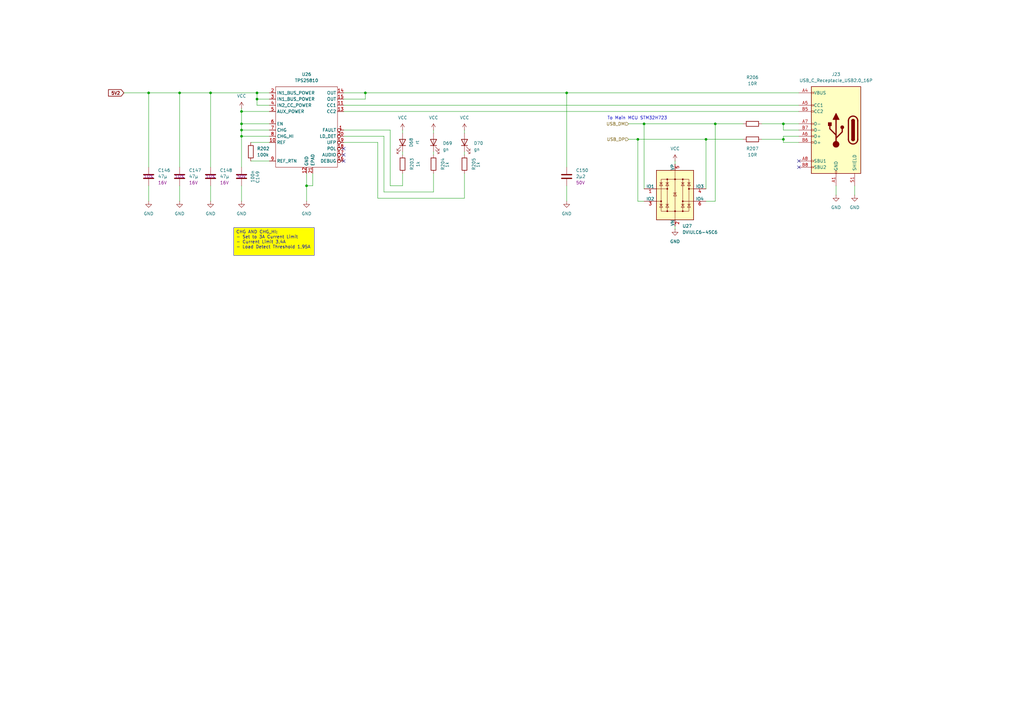
<source format=kicad_sch>
(kicad_sch
	(version 20250114)
	(generator "eeschema")
	(generator_version "9.0")
	(uuid "93981d59-a8f6-4643-93e5-e165085dd2ba")
	(paper "A3")
	(lib_symbols
		(symbol "Connector:USB_C_Receptacle_USB2.0_16P"
			(pin_names
				(offset 1.016)
			)
			(exclude_from_sim no)
			(in_bom yes)
			(on_board yes)
			(property "Reference" "J"
				(at 0 22.225 0)
				(effects
					(font
						(size 1.27 1.27)
					)
				)
			)
			(property "Value" "USB_C_Receptacle_USB2.0_16P"
				(at 0 19.685 0)
				(effects
					(font
						(size 1.27 1.27)
					)
				)
			)
			(property "Footprint" ""
				(at 3.81 0 0)
				(effects
					(font
						(size 1.27 1.27)
					)
					(hide yes)
				)
			)
			(property "Datasheet" "https://www.usb.org/sites/default/files/documents/usb_type-c.zip"
				(at 3.81 0 0)
				(effects
					(font
						(size 1.27 1.27)
					)
					(hide yes)
				)
			)
			(property "Description" "USB 2.0-only 16P Type-C Receptacle connector"
				(at 0 0 0)
				(effects
					(font
						(size 1.27 1.27)
					)
					(hide yes)
				)
			)
			(property "ki_keywords" "usb universal serial bus type-C USB2.0"
				(at 0 0 0)
				(effects
					(font
						(size 1.27 1.27)
					)
					(hide yes)
				)
			)
			(property "ki_fp_filters" "USB*C*Receptacle*"
				(at 0 0 0)
				(effects
					(font
						(size 1.27 1.27)
					)
					(hide yes)
				)
			)
			(symbol "USB_C_Receptacle_USB2.0_16P_0_0"
				(rectangle
					(start -0.254 -17.78)
					(end 0.254 -16.764)
					(stroke
						(width 0)
						(type default)
					)
					(fill
						(type none)
					)
				)
				(rectangle
					(start 10.16 15.494)
					(end 9.144 14.986)
					(stroke
						(width 0)
						(type default)
					)
					(fill
						(type none)
					)
				)
				(rectangle
					(start 10.16 10.414)
					(end 9.144 9.906)
					(stroke
						(width 0)
						(type default)
					)
					(fill
						(type none)
					)
				)
				(rectangle
					(start 10.16 7.874)
					(end 9.144 7.366)
					(stroke
						(width 0)
						(type default)
					)
					(fill
						(type none)
					)
				)
				(rectangle
					(start 10.16 2.794)
					(end 9.144 2.286)
					(stroke
						(width 0)
						(type default)
					)
					(fill
						(type none)
					)
				)
				(rectangle
					(start 10.16 0.254)
					(end 9.144 -0.254)
					(stroke
						(width 0)
						(type default)
					)
					(fill
						(type none)
					)
				)
				(rectangle
					(start 10.16 -2.286)
					(end 9.144 -2.794)
					(stroke
						(width 0)
						(type default)
					)
					(fill
						(type none)
					)
				)
				(rectangle
					(start 10.16 -4.826)
					(end 9.144 -5.334)
					(stroke
						(width 0)
						(type default)
					)
					(fill
						(type none)
					)
				)
				(rectangle
					(start 10.16 -12.446)
					(end 9.144 -12.954)
					(stroke
						(width 0)
						(type default)
					)
					(fill
						(type none)
					)
				)
				(rectangle
					(start 10.16 -14.986)
					(end 9.144 -15.494)
					(stroke
						(width 0)
						(type default)
					)
					(fill
						(type none)
					)
				)
			)
			(symbol "USB_C_Receptacle_USB2.0_16P_0_1"
				(rectangle
					(start -10.16 17.78)
					(end 10.16 -17.78)
					(stroke
						(width 0.254)
						(type default)
					)
					(fill
						(type background)
					)
				)
				(polyline
					(pts
						(xy -8.89 -3.81) (xy -8.89 3.81)
					)
					(stroke
						(width 0.508)
						(type default)
					)
					(fill
						(type none)
					)
				)
				(rectangle
					(start -7.62 -3.81)
					(end -6.35 3.81)
					(stroke
						(width 0.254)
						(type default)
					)
					(fill
						(type outline)
					)
				)
				(arc
					(start -7.62 3.81)
					(mid -6.985 4.4423)
					(end -6.35 3.81)
					(stroke
						(width 0.254)
						(type default)
					)
					(fill
						(type none)
					)
				)
				(arc
					(start -7.62 3.81)
					(mid -6.985 4.4423)
					(end -6.35 3.81)
					(stroke
						(width 0.254)
						(type default)
					)
					(fill
						(type outline)
					)
				)
				(arc
					(start -8.89 3.81)
					(mid -6.985 5.7067)
					(end -5.08 3.81)
					(stroke
						(width 0.508)
						(type default)
					)
					(fill
						(type none)
					)
				)
				(arc
					(start -5.08 -3.81)
					(mid -6.985 -5.7067)
					(end -8.89 -3.81)
					(stroke
						(width 0.508)
						(type default)
					)
					(fill
						(type none)
					)
				)
				(arc
					(start -6.35 -3.81)
					(mid -6.985 -4.4423)
					(end -7.62 -3.81)
					(stroke
						(width 0.254)
						(type default)
					)
					(fill
						(type none)
					)
				)
				(arc
					(start -6.35 -3.81)
					(mid -6.985 -4.4423)
					(end -7.62 -3.81)
					(stroke
						(width 0.254)
						(type default)
					)
					(fill
						(type outline)
					)
				)
				(polyline
					(pts
						(xy -5.08 3.81) (xy -5.08 -3.81)
					)
					(stroke
						(width 0.508)
						(type default)
					)
					(fill
						(type none)
					)
				)
				(circle
					(center -2.54 1.143)
					(radius 0.635)
					(stroke
						(width 0.254)
						(type default)
					)
					(fill
						(type outline)
					)
				)
				(polyline
					(pts
						(xy -1.27 4.318) (xy 0 6.858) (xy 1.27 4.318) (xy -1.27 4.318)
					)
					(stroke
						(width 0.254)
						(type default)
					)
					(fill
						(type outline)
					)
				)
				(polyline
					(pts
						(xy 0 -2.032) (xy 2.54 0.508) (xy 2.54 1.778)
					)
					(stroke
						(width 0.508)
						(type default)
					)
					(fill
						(type none)
					)
				)
				(polyline
					(pts
						(xy 0 -3.302) (xy -2.54 -0.762) (xy -2.54 0.508)
					)
					(stroke
						(width 0.508)
						(type default)
					)
					(fill
						(type none)
					)
				)
				(polyline
					(pts
						(xy 0 -5.842) (xy 0 4.318)
					)
					(stroke
						(width 0.508)
						(type default)
					)
					(fill
						(type none)
					)
				)
				(circle
					(center 0 -5.842)
					(radius 1.27)
					(stroke
						(width 0)
						(type default)
					)
					(fill
						(type outline)
					)
				)
				(rectangle
					(start 1.905 1.778)
					(end 3.175 3.048)
					(stroke
						(width 0.254)
						(type default)
					)
					(fill
						(type outline)
					)
				)
			)
			(symbol "USB_C_Receptacle_USB2.0_16P_1_1"
				(pin passive line
					(at -7.62 -22.86 90)
					(length 5.08)
					(name "SHIELD"
						(effects
							(font
								(size 1.27 1.27)
							)
						)
					)
					(number "S1"
						(effects
							(font
								(size 1.27 1.27)
							)
						)
					)
				)
				(pin passive line
					(at 0 -22.86 90)
					(length 5.08)
					(name "GND"
						(effects
							(font
								(size 1.27 1.27)
							)
						)
					)
					(number "A1"
						(effects
							(font
								(size 1.27 1.27)
							)
						)
					)
				)
				(pin passive line
					(at 0 -22.86 90)
					(length 5.08)
					(hide yes)
					(name "GND"
						(effects
							(font
								(size 1.27 1.27)
							)
						)
					)
					(number "A12"
						(effects
							(font
								(size 1.27 1.27)
							)
						)
					)
				)
				(pin passive line
					(at 0 -22.86 90)
					(length 5.08)
					(hide yes)
					(name "GND"
						(effects
							(font
								(size 1.27 1.27)
							)
						)
					)
					(number "B1"
						(effects
							(font
								(size 1.27 1.27)
							)
						)
					)
				)
				(pin passive line
					(at 0 -22.86 90)
					(length 5.08)
					(hide yes)
					(name "GND"
						(effects
							(font
								(size 1.27 1.27)
							)
						)
					)
					(number "B12"
						(effects
							(font
								(size 1.27 1.27)
							)
						)
					)
				)
				(pin passive line
					(at 15.24 15.24 180)
					(length 5.08)
					(name "VBUS"
						(effects
							(font
								(size 1.27 1.27)
							)
						)
					)
					(number "A4"
						(effects
							(font
								(size 1.27 1.27)
							)
						)
					)
				)
				(pin passive line
					(at 15.24 15.24 180)
					(length 5.08)
					(hide yes)
					(name "VBUS"
						(effects
							(font
								(size 1.27 1.27)
							)
						)
					)
					(number "A9"
						(effects
							(font
								(size 1.27 1.27)
							)
						)
					)
				)
				(pin passive line
					(at 15.24 15.24 180)
					(length 5.08)
					(hide yes)
					(name "VBUS"
						(effects
							(font
								(size 1.27 1.27)
							)
						)
					)
					(number "B4"
						(effects
							(font
								(size 1.27 1.27)
							)
						)
					)
				)
				(pin passive line
					(at 15.24 15.24 180)
					(length 5.08)
					(hide yes)
					(name "VBUS"
						(effects
							(font
								(size 1.27 1.27)
							)
						)
					)
					(number "B9"
						(effects
							(font
								(size 1.27 1.27)
							)
						)
					)
				)
				(pin bidirectional line
					(at 15.24 10.16 180)
					(length 5.08)
					(name "CC1"
						(effects
							(font
								(size 1.27 1.27)
							)
						)
					)
					(number "A5"
						(effects
							(font
								(size 1.27 1.27)
							)
						)
					)
				)
				(pin bidirectional line
					(at 15.24 7.62 180)
					(length 5.08)
					(name "CC2"
						(effects
							(font
								(size 1.27 1.27)
							)
						)
					)
					(number "B5"
						(effects
							(font
								(size 1.27 1.27)
							)
						)
					)
				)
				(pin bidirectional line
					(at 15.24 2.54 180)
					(length 5.08)
					(name "D-"
						(effects
							(font
								(size 1.27 1.27)
							)
						)
					)
					(number "A7"
						(effects
							(font
								(size 1.27 1.27)
							)
						)
					)
				)
				(pin bidirectional line
					(at 15.24 0 180)
					(length 5.08)
					(name "D-"
						(effects
							(font
								(size 1.27 1.27)
							)
						)
					)
					(number "B7"
						(effects
							(font
								(size 1.27 1.27)
							)
						)
					)
				)
				(pin bidirectional line
					(at 15.24 -2.54 180)
					(length 5.08)
					(name "D+"
						(effects
							(font
								(size 1.27 1.27)
							)
						)
					)
					(number "A6"
						(effects
							(font
								(size 1.27 1.27)
							)
						)
					)
				)
				(pin bidirectional line
					(at 15.24 -5.08 180)
					(length 5.08)
					(name "D+"
						(effects
							(font
								(size 1.27 1.27)
							)
						)
					)
					(number "B6"
						(effects
							(font
								(size 1.27 1.27)
							)
						)
					)
				)
				(pin bidirectional line
					(at 15.24 -12.7 180)
					(length 5.08)
					(name "SBU1"
						(effects
							(font
								(size 1.27 1.27)
							)
						)
					)
					(number "A8"
						(effects
							(font
								(size 1.27 1.27)
							)
						)
					)
				)
				(pin bidirectional line
					(at 15.24 -15.24 180)
					(length 5.08)
					(name "SBU2"
						(effects
							(font
								(size 1.27 1.27)
							)
						)
					)
					(number "B8"
						(effects
							(font
								(size 1.27 1.27)
							)
						)
					)
				)
			)
			(embedded_fonts no)
		)
		(symbol "Device:C"
			(pin_numbers
				(hide yes)
			)
			(pin_names
				(offset 0.254)
			)
			(exclude_from_sim no)
			(in_bom yes)
			(on_board yes)
			(property "Reference" "C"
				(at 0.635 2.54 0)
				(effects
					(font
						(size 1.27 1.27)
					)
					(justify left)
				)
			)
			(property "Value" "C"
				(at 0.635 -2.54 0)
				(effects
					(font
						(size 1.27 1.27)
					)
					(justify left)
				)
			)
			(property "Footprint" ""
				(at 0.9652 -3.81 0)
				(effects
					(font
						(size 1.27 1.27)
					)
					(hide yes)
				)
			)
			(property "Datasheet" "~"
				(at 0 0 0)
				(effects
					(font
						(size 1.27 1.27)
					)
					(hide yes)
				)
			)
			(property "Description" "Unpolarized capacitor"
				(at 0 0 0)
				(effects
					(font
						(size 1.27 1.27)
					)
					(hide yes)
				)
			)
			(property "ki_keywords" "cap capacitor"
				(at 0 0 0)
				(effects
					(font
						(size 1.27 1.27)
					)
					(hide yes)
				)
			)
			(property "ki_fp_filters" "C_*"
				(at 0 0 0)
				(effects
					(font
						(size 1.27 1.27)
					)
					(hide yes)
				)
			)
			(symbol "C_0_1"
				(polyline
					(pts
						(xy -2.032 0.762) (xy 2.032 0.762)
					)
					(stroke
						(width 0.508)
						(type default)
					)
					(fill
						(type none)
					)
				)
				(polyline
					(pts
						(xy -2.032 -0.762) (xy 2.032 -0.762)
					)
					(stroke
						(width 0.508)
						(type default)
					)
					(fill
						(type none)
					)
				)
			)
			(symbol "C_1_1"
				(pin passive line
					(at 0 3.81 270)
					(length 2.794)
					(name "~"
						(effects
							(font
								(size 1.27 1.27)
							)
						)
					)
					(number "1"
						(effects
							(font
								(size 1.27 1.27)
							)
						)
					)
				)
				(pin passive line
					(at 0 -3.81 90)
					(length 2.794)
					(name "~"
						(effects
							(font
								(size 1.27 1.27)
							)
						)
					)
					(number "2"
						(effects
							(font
								(size 1.27 1.27)
							)
						)
					)
				)
			)
			(embedded_fonts no)
		)
		(symbol "Device:LED"
			(pin_numbers
				(hide yes)
			)
			(pin_names
				(offset 1.016)
				(hide yes)
			)
			(exclude_from_sim no)
			(in_bom yes)
			(on_board yes)
			(property "Reference" "D"
				(at 0 2.54 0)
				(effects
					(font
						(size 1.27 1.27)
					)
				)
			)
			(property "Value" "LED"
				(at 0 -2.54 0)
				(effects
					(font
						(size 1.27 1.27)
					)
				)
			)
			(property "Footprint" ""
				(at 0 0 0)
				(effects
					(font
						(size 1.27 1.27)
					)
					(hide yes)
				)
			)
			(property "Datasheet" "~"
				(at 0 0 0)
				(effects
					(font
						(size 1.27 1.27)
					)
					(hide yes)
				)
			)
			(property "Description" "Light emitting diode"
				(at 0 0 0)
				(effects
					(font
						(size 1.27 1.27)
					)
					(hide yes)
				)
			)
			(property "Sim.Pins" "1=K 2=A"
				(at 0 0 0)
				(effects
					(font
						(size 1.27 1.27)
					)
					(hide yes)
				)
			)
			(property "ki_keywords" "LED diode"
				(at 0 0 0)
				(effects
					(font
						(size 1.27 1.27)
					)
					(hide yes)
				)
			)
			(property "ki_fp_filters" "LED* LED_SMD:* LED_THT:*"
				(at 0 0 0)
				(effects
					(font
						(size 1.27 1.27)
					)
					(hide yes)
				)
			)
			(symbol "LED_0_1"
				(polyline
					(pts
						(xy -3.048 -0.762) (xy -4.572 -2.286) (xy -3.81 -2.286) (xy -4.572 -2.286) (xy -4.572 -1.524)
					)
					(stroke
						(width 0)
						(type default)
					)
					(fill
						(type none)
					)
				)
				(polyline
					(pts
						(xy -1.778 -0.762) (xy -3.302 -2.286) (xy -2.54 -2.286) (xy -3.302 -2.286) (xy -3.302 -1.524)
					)
					(stroke
						(width 0)
						(type default)
					)
					(fill
						(type none)
					)
				)
				(polyline
					(pts
						(xy -1.27 0) (xy 1.27 0)
					)
					(stroke
						(width 0)
						(type default)
					)
					(fill
						(type none)
					)
				)
				(polyline
					(pts
						(xy -1.27 -1.27) (xy -1.27 1.27)
					)
					(stroke
						(width 0.254)
						(type default)
					)
					(fill
						(type none)
					)
				)
				(polyline
					(pts
						(xy 1.27 -1.27) (xy 1.27 1.27) (xy -1.27 0) (xy 1.27 -1.27)
					)
					(stroke
						(width 0.254)
						(type default)
					)
					(fill
						(type none)
					)
				)
			)
			(symbol "LED_1_1"
				(pin passive line
					(at -3.81 0 0)
					(length 2.54)
					(name "K"
						(effects
							(font
								(size 1.27 1.27)
							)
						)
					)
					(number "1"
						(effects
							(font
								(size 1.27 1.27)
							)
						)
					)
				)
				(pin passive line
					(at 3.81 0 180)
					(length 2.54)
					(name "A"
						(effects
							(font
								(size 1.27 1.27)
							)
						)
					)
					(number "2"
						(effects
							(font
								(size 1.27 1.27)
							)
						)
					)
				)
			)
			(embedded_fonts no)
		)
		(symbol "Device:R"
			(pin_numbers
				(hide yes)
			)
			(pin_names
				(offset 0)
			)
			(exclude_from_sim no)
			(in_bom yes)
			(on_board yes)
			(property "Reference" "R"
				(at 2.032 0 90)
				(effects
					(font
						(size 1.27 1.27)
					)
				)
			)
			(property "Value" "R"
				(at 0 0 90)
				(effects
					(font
						(size 1.27 1.27)
					)
				)
			)
			(property "Footprint" ""
				(at -1.778 0 90)
				(effects
					(font
						(size 1.27 1.27)
					)
					(hide yes)
				)
			)
			(property "Datasheet" "~"
				(at 0 0 0)
				(effects
					(font
						(size 1.27 1.27)
					)
					(hide yes)
				)
			)
			(property "Description" "Resistor"
				(at 0 0 0)
				(effects
					(font
						(size 1.27 1.27)
					)
					(hide yes)
				)
			)
			(property "ki_keywords" "R res resistor"
				(at 0 0 0)
				(effects
					(font
						(size 1.27 1.27)
					)
					(hide yes)
				)
			)
			(property "ki_fp_filters" "R_*"
				(at 0 0 0)
				(effects
					(font
						(size 1.27 1.27)
					)
					(hide yes)
				)
			)
			(symbol "R_0_1"
				(rectangle
					(start -1.016 -2.54)
					(end 1.016 2.54)
					(stroke
						(width 0.254)
						(type default)
					)
					(fill
						(type none)
					)
				)
			)
			(symbol "R_1_1"
				(pin passive line
					(at 0 3.81 270)
					(length 1.27)
					(name "~"
						(effects
							(font
								(size 1.27 1.27)
							)
						)
					)
					(number "1"
						(effects
							(font
								(size 1.27 1.27)
							)
						)
					)
				)
				(pin passive line
					(at 0 -3.81 90)
					(length 1.27)
					(name "~"
						(effects
							(font
								(size 1.27 1.27)
							)
						)
					)
					(number "2"
						(effects
							(font
								(size 1.27 1.27)
							)
						)
					)
				)
			)
			(embedded_fonts no)
		)
		(symbol "Power_Protection:SRV05-4"
			(pin_names
				(offset 0)
			)
			(exclude_from_sim no)
			(in_bom yes)
			(on_board yes)
			(property "Reference" "U"
				(at -5.08 11.43 0)
				(effects
					(font
						(size 1.27 1.27)
					)
					(justify right)
				)
			)
			(property "Value" "SRV05-4"
				(at 2.54 11.43 0)
				(effects
					(font
						(size 1.27 1.27)
					)
					(justify left)
				)
			)
			(property "Footprint" "Package_TO_SOT_SMD:SOT-23-6"
				(at 17.78 -11.43 0)
				(effects
					(font
						(size 1.27 1.27)
					)
					(hide yes)
				)
			)
			(property "Datasheet" "http://www.onsemi.com/pub/Collateral/SRV05-4-D.PDF"
				(at 0 0 0)
				(effects
					(font
						(size 1.27 1.27)
					)
					(hide yes)
				)
			)
			(property "Description" "ESD Protection Diodes with Low Clamping Voltage, SOT-23-6"
				(at 0 0 0)
				(effects
					(font
						(size 1.27 1.27)
					)
					(hide yes)
				)
			)
			(property "ki_keywords" "ESD protection diodes"
				(at 0 0 0)
				(effects
					(font
						(size 1.27 1.27)
					)
					(hide yes)
				)
			)
			(property "ki_fp_filters" "SOT?23*"
				(at 0 0 0)
				(effects
					(font
						(size 1.27 1.27)
					)
					(hide yes)
				)
			)
			(symbol "SRV05-4_0_0"
				(rectangle
					(start -5.715 6.477)
					(end 5.715 -6.604)
					(stroke
						(width 0)
						(type default)
					)
					(fill
						(type none)
					)
				)
				(polyline
					(pts
						(xy -3.175 -6.604) (xy -3.175 6.477)
					)
					(stroke
						(width 0)
						(type default)
					)
					(fill
						(type none)
					)
				)
				(polyline
					(pts
						(xy 3.175 6.477) (xy 3.175 -6.604)
					)
					(stroke
						(width 0)
						(type default)
					)
					(fill
						(type none)
					)
				)
			)
			(symbol "SRV05-4_0_1"
				(polyline
					(pts
						(xy -7.747 2.54) (xy -3.175 2.54)
					)
					(stroke
						(width 0)
						(type default)
					)
					(fill
						(type none)
					)
				)
				(rectangle
					(start -7.62 10.16)
					(end 7.62 -10.16)
					(stroke
						(width 0.254)
						(type default)
					)
					(fill
						(type background)
					)
				)
				(polyline
					(pts
						(xy -7.62 -2.54) (xy -5.715 -2.54)
					)
					(stroke
						(width 0)
						(type default)
					)
					(fill
						(type none)
					)
				)
				(circle
					(center -5.715 -2.54)
					(radius 0.2794)
					(stroke
						(width 0)
						(type default)
					)
					(fill
						(type outline)
					)
				)
				(polyline
					(pts
						(xy -5.08 5.08) (xy -6.35 5.08)
					)
					(stroke
						(width 0)
						(type default)
					)
					(fill
						(type none)
					)
				)
				(polyline
					(pts
						(xy -5.08 3.81) (xy -6.35 3.81) (xy -5.715 5.08) (xy -5.08 3.81)
					)
					(stroke
						(width 0)
						(type default)
					)
					(fill
						(type none)
					)
				)
				(polyline
					(pts
						(xy -5.08 -3.81) (xy -6.35 -3.81)
					)
					(stroke
						(width 0)
						(type default)
					)
					(fill
						(type none)
					)
				)
				(polyline
					(pts
						(xy -5.08 -5.08) (xy -6.35 -5.08) (xy -5.715 -3.81) (xy -5.08 -5.08)
					)
					(stroke
						(width 0)
						(type default)
					)
					(fill
						(type none)
					)
				)
				(circle
					(center -3.175 6.477)
					(radius 0.2794)
					(stroke
						(width 0)
						(type default)
					)
					(fill
						(type outline)
					)
				)
				(circle
					(center -3.175 2.54)
					(radius 0.2794)
					(stroke
						(width 0)
						(type default)
					)
					(fill
						(type outline)
					)
				)
				(circle
					(center -3.175 -6.604)
					(radius 0.2794)
					(stroke
						(width 0)
						(type default)
					)
					(fill
						(type outline)
					)
				)
				(polyline
					(pts
						(xy -2.54 5.08) (xy -3.81 5.08)
					)
					(stroke
						(width 0)
						(type default)
					)
					(fill
						(type none)
					)
				)
				(polyline
					(pts
						(xy -2.54 3.81) (xy -3.81 3.81) (xy -3.175 5.08) (xy -2.54 3.81)
					)
					(stroke
						(width 0)
						(type default)
					)
					(fill
						(type none)
					)
				)
				(polyline
					(pts
						(xy -2.54 -3.81) (xy -3.81 -3.81)
					)
					(stroke
						(width 0)
						(type default)
					)
					(fill
						(type none)
					)
				)
				(polyline
					(pts
						(xy -2.54 -5.08) (xy -3.81 -5.08) (xy -3.175 -3.81) (xy -2.54 -5.08)
					)
					(stroke
						(width 0)
						(type default)
					)
					(fill
						(type none)
					)
				)
				(polyline
					(pts
						(xy 0 10.16) (xy 0 -10.16)
					)
					(stroke
						(width 0)
						(type default)
					)
					(fill
						(type none)
					)
				)
				(circle
					(center 0 6.477)
					(radius 0.2794)
					(stroke
						(width 0)
						(type default)
					)
					(fill
						(type outline)
					)
				)
				(circle
					(center 0 -6.604)
					(radius 0.2794)
					(stroke
						(width 0)
						(type default)
					)
					(fill
						(type outline)
					)
				)
				(polyline
					(pts
						(xy 0.635 0.889) (xy -0.635 0.889) (xy -0.635 0.635)
					)
					(stroke
						(width 0)
						(type default)
					)
					(fill
						(type none)
					)
				)
				(polyline
					(pts
						(xy 0.635 -0.381) (xy -0.635 -0.381) (xy 0 0.889) (xy 0.635 -0.381)
					)
					(stroke
						(width 0)
						(type default)
					)
					(fill
						(type none)
					)
				)
				(circle
					(center 3.175 6.477)
					(radius 0.2794)
					(stroke
						(width 0)
						(type default)
					)
					(fill
						(type outline)
					)
				)
				(circle
					(center 3.175 -2.54)
					(radius 0.2794)
					(stroke
						(width 0)
						(type default)
					)
					(fill
						(type outline)
					)
				)
				(circle
					(center 3.175 -6.604)
					(radius 0.2794)
					(stroke
						(width 0)
						(type default)
					)
					(fill
						(type outline)
					)
				)
				(polyline
					(pts
						(xy 3.81 5.08) (xy 2.54 5.08)
					)
					(stroke
						(width 0)
						(type default)
					)
					(fill
						(type none)
					)
				)
				(polyline
					(pts
						(xy 3.81 3.81) (xy 2.54 3.81) (xy 3.175 5.08) (xy 3.81 3.81)
					)
					(stroke
						(width 0)
						(type default)
					)
					(fill
						(type none)
					)
				)
				(polyline
					(pts
						(xy 3.81 -3.81) (xy 2.54 -3.81)
					)
					(stroke
						(width 0)
						(type default)
					)
					(fill
						(type none)
					)
				)
				(polyline
					(pts
						(xy 3.81 -5.08) (xy 2.54 -5.08) (xy 3.175 -3.81) (xy 3.81 -5.08)
					)
					(stroke
						(width 0)
						(type default)
					)
					(fill
						(type none)
					)
				)
				(circle
					(center 5.715 2.54)
					(radius 0.2794)
					(stroke
						(width 0)
						(type default)
					)
					(fill
						(type outline)
					)
				)
				(polyline
					(pts
						(xy 6.35 5.08) (xy 5.08 5.08)
					)
					(stroke
						(width 0)
						(type default)
					)
					(fill
						(type none)
					)
				)
				(polyline
					(pts
						(xy 6.35 3.81) (xy 5.08 3.81) (xy 5.715 5.08) (xy 6.35 3.81)
					)
					(stroke
						(width 0)
						(type default)
					)
					(fill
						(type none)
					)
				)
				(polyline
					(pts
						(xy 6.35 -3.81) (xy 5.08 -3.81)
					)
					(stroke
						(width 0)
						(type default)
					)
					(fill
						(type none)
					)
				)
				(polyline
					(pts
						(xy 6.35 -5.08) (xy 5.08 -5.08) (xy 5.715 -3.81) (xy 6.35 -5.08)
					)
					(stroke
						(width 0)
						(type default)
					)
					(fill
						(type none)
					)
				)
				(polyline
					(pts
						(xy 7.62 2.54) (xy 5.715 2.54)
					)
					(stroke
						(width 0)
						(type default)
					)
					(fill
						(type none)
					)
				)
				(polyline
					(pts
						(xy 7.62 -2.54) (xy 3.175 -2.54)
					)
					(stroke
						(width 0)
						(type default)
					)
					(fill
						(type none)
					)
				)
			)
			(symbol "SRV05-4_1_1"
				(pin passive line
					(at -12.7 2.54 0)
					(length 5.08)
					(name "IO1"
						(effects
							(font
								(size 1.27 1.27)
							)
						)
					)
					(number "1"
						(effects
							(font
								(size 1.27 1.27)
							)
						)
					)
				)
				(pin passive line
					(at -12.7 -2.54 0)
					(length 5.08)
					(name "IO2"
						(effects
							(font
								(size 1.27 1.27)
							)
						)
					)
					(number "3"
						(effects
							(font
								(size 1.27 1.27)
							)
						)
					)
				)
				(pin passive line
					(at 0 12.7 270)
					(length 2.54)
					(name "VP"
						(effects
							(font
								(size 1.27 1.27)
							)
						)
					)
					(number "5"
						(effects
							(font
								(size 1.27 1.27)
							)
						)
					)
				)
				(pin passive line
					(at 0 -12.7 90)
					(length 2.54)
					(name "VN"
						(effects
							(font
								(size 1.27 1.27)
							)
						)
					)
					(number "2"
						(effects
							(font
								(size 1.27 1.27)
							)
						)
					)
				)
				(pin passive line
					(at 12.7 2.54 180)
					(length 5.08)
					(name "IO3"
						(effects
							(font
								(size 1.27 1.27)
							)
						)
					)
					(number "4"
						(effects
							(font
								(size 1.27 1.27)
							)
						)
					)
				)
				(pin passive line
					(at 12.7 -2.54 180)
					(length 5.08)
					(name "IO4"
						(effects
							(font
								(size 1.27 1.27)
							)
						)
					)
					(number "6"
						(effects
							(font
								(size 1.27 1.27)
							)
						)
					)
				)
			)
			(embedded_fonts no)
		)
		(symbol "myIC:TPS25810"
			(exclude_from_sim no)
			(in_bom yes)
			(on_board yes)
			(property "Reference" "U"
				(at 0 0 0)
				(effects
					(font
						(size 1.27 1.27)
					)
				)
			)
			(property "Value" ""
				(at 0 0 0)
				(effects
					(font
						(size 1.27 1.27)
					)
				)
			)
			(property "Footprint" "Package_DFN_QFN:WQFN-20-1EP_3x3mm_P0.4mm_EP1.7x1.7mm_ThermalVias"
				(at 0 0 0)
				(effects
					(font
						(size 1.27 1.27)
					)
					(hide yes)
				)
			)
			(property "Datasheet" ""
				(at 0 0 0)
				(effects
					(font
						(size 1.27 1.27)
					)
					(hide yes)
				)
			)
			(property "Description" ""
				(at 0 0 0)
				(effects
					(font
						(size 1.27 1.27)
					)
					(hide yes)
				)
			)
			(symbol "TPS25810_0_1"
				(rectangle
					(start -12.7 17.78)
					(end 12.7 -15.24)
					(stroke
						(width 0)
						(type default)
					)
					(fill
						(type none)
					)
				)
			)
			(symbol "TPS25810_1_1"
				(pin power_in line
					(at -15.24 15.24 0)
					(length 2.54)
					(name "IN1_BUS_POWER"
						(effects
							(font
								(size 1.27 1.27)
							)
						)
					)
					(number "2"
						(effects
							(font
								(size 1.27 1.27)
							)
						)
					)
				)
				(pin power_in line
					(at -15.24 12.7 0)
					(length 2.54)
					(name "IN1_BUS_POWER"
						(effects
							(font
								(size 1.27 1.27)
							)
						)
					)
					(number "3"
						(effects
							(font
								(size 1.27 1.27)
							)
						)
					)
				)
				(pin power_in line
					(at -15.24 10.16 0)
					(length 2.54)
					(name "IN2_CC_POWER"
						(effects
							(font
								(size 1.27 1.27)
							)
						)
					)
					(number "4"
						(effects
							(font
								(size 1.27 1.27)
							)
						)
					)
				)
				(pin power_in line
					(at -15.24 7.62 0)
					(length 2.54)
					(name "AUX_POWER"
						(effects
							(font
								(size 1.27 1.27)
							)
						)
					)
					(number "5"
						(effects
							(font
								(size 1.27 1.27)
							)
						)
					)
				)
				(pin input line
					(at -15.24 2.54 0)
					(length 2.54)
					(name "EN"
						(effects
							(font
								(size 1.27 1.27)
							)
						)
					)
					(number "6"
						(effects
							(font
								(size 1.27 1.27)
							)
						)
					)
				)
				(pin input line
					(at -15.24 0 0)
					(length 2.54)
					(name "CHG"
						(effects
							(font
								(size 1.27 1.27)
							)
						)
					)
					(number "7"
						(effects
							(font
								(size 1.27 1.27)
							)
						)
					)
				)
				(pin input line
					(at -15.24 -2.54 0)
					(length 2.54)
					(name "CHG_HI"
						(effects
							(font
								(size 1.27 1.27)
							)
						)
					)
					(number "8"
						(effects
							(font
								(size 1.27 1.27)
							)
						)
					)
				)
				(pin input line
					(at -15.24 -5.08 0)
					(length 2.54)
					(name "REF"
						(effects
							(font
								(size 1.27 1.27)
							)
						)
					)
					(number "10"
						(effects
							(font
								(size 1.27 1.27)
							)
						)
					)
				)
				(pin input line
					(at -15.24 -12.7 0)
					(length 2.54)
					(name "REF_RTN"
						(effects
							(font
								(size 1.27 1.27)
							)
						)
					)
					(number "9"
						(effects
							(font
								(size 1.27 1.27)
							)
						)
					)
				)
				(pin power_in line
					(at 0 -17.78 90)
					(length 2.54)
					(name "GND"
						(effects
							(font
								(size 1.27 1.27)
							)
						)
					)
					(number "12"
						(effects
							(font
								(size 1.27 1.27)
							)
						)
					)
				)
				(pin power_in line
					(at 2.54 -17.78 90)
					(length 2.54)
					(name "EPAD"
						(effects
							(font
								(size 1.27 1.27)
							)
						)
					)
					(number "21"
						(effects
							(font
								(size 1.27 1.27)
							)
						)
					)
				)
				(pin output line
					(at 15.24 15.24 180)
					(length 2.54)
					(name "OUT"
						(effects
							(font
								(size 1.27 1.27)
							)
						)
					)
					(number "14"
						(effects
							(font
								(size 1.27 1.27)
							)
						)
					)
				)
				(pin output line
					(at 15.24 12.7 180)
					(length 2.54)
					(name "OUT"
						(effects
							(font
								(size 1.27 1.27)
							)
						)
					)
					(number "15"
						(effects
							(font
								(size 1.27 1.27)
							)
						)
					)
				)
				(pin output line
					(at 15.24 10.16 180)
					(length 2.54)
					(name "CC1"
						(effects
							(font
								(size 1.27 1.27)
							)
						)
					)
					(number "11"
						(effects
							(font
								(size 1.27 1.27)
							)
						)
					)
				)
				(pin output line
					(at 15.24 7.62 180)
					(length 2.54)
					(name "CC2"
						(effects
							(font
								(size 1.27 1.27)
							)
						)
					)
					(number "13"
						(effects
							(font
								(size 1.27 1.27)
							)
						)
					)
				)
				(pin output inverted
					(at 15.24 0 180)
					(length 2.54)
					(name "FAULT"
						(effects
							(font
								(size 1.27 1.27)
							)
						)
					)
					(number "1"
						(effects
							(font
								(size 1.27 1.27)
							)
						)
					)
				)
				(pin output inverted
					(at 15.24 -2.54 180)
					(length 2.54)
					(name "LD_DET"
						(effects
							(font
								(size 1.27 1.27)
							)
						)
					)
					(number "20"
						(effects
							(font
								(size 1.27 1.27)
							)
						)
					)
				)
				(pin output inverted
					(at 15.24 -5.08 180)
					(length 2.54)
					(name "UFP"
						(effects
							(font
								(size 1.27 1.27)
							)
						)
					)
					(number "19"
						(effects
							(font
								(size 1.27 1.27)
							)
						)
					)
				)
				(pin output inverted
					(at 15.24 -7.62 180)
					(length 2.54)
					(name "POL"
						(effects
							(font
								(size 1.27 1.27)
							)
						)
					)
					(number "18"
						(effects
							(font
								(size 1.27 1.27)
							)
						)
					)
				)
				(pin output inverted
					(at 15.24 -10.16 180)
					(length 2.54)
					(name "AUDIO"
						(effects
							(font
								(size 1.27 1.27)
							)
						)
					)
					(number "17"
						(effects
							(font
								(size 1.27 1.27)
							)
						)
					)
				)
				(pin output inverted
					(at 15.24 -12.7 180)
					(length 2.54)
					(name "DEBUG"
						(effects
							(font
								(size 1.27 1.27)
							)
						)
					)
					(number "16"
						(effects
							(font
								(size 1.27 1.27)
							)
						)
					)
				)
			)
			(embedded_fonts no)
		)
		(symbol "power:GND"
			(power)
			(pin_numbers
				(hide yes)
			)
			(pin_names
				(offset 0)
				(hide yes)
			)
			(exclude_from_sim no)
			(in_bom yes)
			(on_board yes)
			(property "Reference" "#PWR"
				(at 0 -6.35 0)
				(effects
					(font
						(size 1.27 1.27)
					)
					(hide yes)
				)
			)
			(property "Value" "GND"
				(at 0 -3.81 0)
				(effects
					(font
						(size 1.27 1.27)
					)
				)
			)
			(property "Footprint" ""
				(at 0 0 0)
				(effects
					(font
						(size 1.27 1.27)
					)
					(hide yes)
				)
			)
			(property "Datasheet" ""
				(at 0 0 0)
				(effects
					(font
						(size 1.27 1.27)
					)
					(hide yes)
				)
			)
			(property "Description" "Power symbol creates a global label with name \"GND\" , ground"
				(at 0 0 0)
				(effects
					(font
						(size 1.27 1.27)
					)
					(hide yes)
				)
			)
			(property "ki_keywords" "global power"
				(at 0 0 0)
				(effects
					(font
						(size 1.27 1.27)
					)
					(hide yes)
				)
			)
			(symbol "GND_0_1"
				(polyline
					(pts
						(xy 0 0) (xy 0 -1.27) (xy 1.27 -1.27) (xy 0 -2.54) (xy -1.27 -1.27) (xy 0 -1.27)
					)
					(stroke
						(width 0)
						(type default)
					)
					(fill
						(type none)
					)
				)
			)
			(symbol "GND_1_1"
				(pin power_in line
					(at 0 0 270)
					(length 0)
					(name "~"
						(effects
							(font
								(size 1.27 1.27)
							)
						)
					)
					(number "1"
						(effects
							(font
								(size 1.27 1.27)
							)
						)
					)
				)
			)
			(embedded_fonts no)
		)
		(symbol "power:VCC"
			(power)
			(pin_numbers
				(hide yes)
			)
			(pin_names
				(offset 0)
				(hide yes)
			)
			(exclude_from_sim no)
			(in_bom yes)
			(on_board yes)
			(property "Reference" "#PWR"
				(at 0 -3.81 0)
				(effects
					(font
						(size 1.27 1.27)
					)
					(hide yes)
				)
			)
			(property "Value" "VCC"
				(at 0 3.556 0)
				(effects
					(font
						(size 1.27 1.27)
					)
				)
			)
			(property "Footprint" ""
				(at 0 0 0)
				(effects
					(font
						(size 1.27 1.27)
					)
					(hide yes)
				)
			)
			(property "Datasheet" ""
				(at 0 0 0)
				(effects
					(font
						(size 1.27 1.27)
					)
					(hide yes)
				)
			)
			(property "Description" "Power symbol creates a global label with name \"VCC\""
				(at 0 0 0)
				(effects
					(font
						(size 1.27 1.27)
					)
					(hide yes)
				)
			)
			(property "ki_keywords" "global power"
				(at 0 0 0)
				(effects
					(font
						(size 1.27 1.27)
					)
					(hide yes)
				)
			)
			(symbol "VCC_0_1"
				(polyline
					(pts
						(xy -0.762 1.27) (xy 0 2.54)
					)
					(stroke
						(width 0)
						(type default)
					)
					(fill
						(type none)
					)
				)
				(polyline
					(pts
						(xy 0 2.54) (xy 0.762 1.27)
					)
					(stroke
						(width 0)
						(type default)
					)
					(fill
						(type none)
					)
				)
				(polyline
					(pts
						(xy 0 0) (xy 0 2.54)
					)
					(stroke
						(width 0)
						(type default)
					)
					(fill
						(type none)
					)
				)
			)
			(symbol "VCC_1_1"
				(pin power_in line
					(at 0 0 90)
					(length 0)
					(name "~"
						(effects
							(font
								(size 1.27 1.27)
							)
						)
					)
					(number "1"
						(effects
							(font
								(size 1.27 1.27)
							)
						)
					)
				)
			)
			(embedded_fonts no)
		)
	)
	(text "To Main MCU STM32H723"
		(exclude_from_sim no)
		(at 261.366 48.514 0)
		(effects
			(font
				(size 1.27 1.27)
			)
		)
		(uuid "a9678216-8ca7-482d-ab94-d712c22abd31")
	)
	(text_box "CHG AND CHG_HI:\n- Set to 3A Current Limit\n- Current Limit 3,4A \n- Load Detect Threshold 1,95A"
		(exclude_from_sim no)
		(at 95.885 93.345 0)
		(size 33.02 11.43)
		(margins 0.9525 0.9525 0.9525 0.9525)
		(stroke
			(width 0)
			(type default)
		)
		(fill
			(type color)
			(color 255 255 0 1)
		)
		(effects
			(font
				(size 1.27 1.27)
			)
			(justify left top)
		)
		(uuid "264b84b0-fc19-40de-8618-311f2f13685f")
	)
	(junction
		(at 293.37 50.8)
		(diameter 0)
		(color 0 0 0 0)
		(uuid "1c7f7854-f17b-4a52-97c6-aae6f1107f0c")
	)
	(junction
		(at 105.41 38.1)
		(diameter 0)
		(color 0 0 0 0)
		(uuid "30b60126-02a9-4c1d-bd4a-f9a9b293df85")
	)
	(junction
		(at 149.86 38.1)
		(diameter 0)
		(color 0 0 0 0)
		(uuid "4b1f8643-fd9c-4171-b888-ea74d12a8c86")
	)
	(junction
		(at 321.31 57.15)
		(diameter 0)
		(color 0 0 0 0)
		(uuid "6a7c70f1-9aaa-48d1-af05-0a8f96e5c90c")
	)
	(junction
		(at 99.06 53.34)
		(diameter 0)
		(color 0 0 0 0)
		(uuid "737e4515-291e-44d4-9710-5974b88befbd")
	)
	(junction
		(at 99.06 50.8)
		(diameter 0)
		(color 0 0 0 0)
		(uuid "76c6ce17-540e-4088-8cba-22c2785b674e")
	)
	(junction
		(at 86.36 38.1)
		(diameter 0)
		(color 0 0 0 0)
		(uuid "7b564ace-ad5e-436a-b3d5-80d2a04de0ec")
	)
	(junction
		(at 60.96 38.1)
		(diameter 0)
		(color 0 0 0 0)
		(uuid "892fb474-1955-47c4-8fe8-a358b190b559")
	)
	(junction
		(at 99.06 45.72)
		(diameter 0)
		(color 0 0 0 0)
		(uuid "95276167-277f-42e3-b4d9-a8ebd33394c2")
	)
	(junction
		(at 73.66 38.1)
		(diameter 0)
		(color 0 0 0 0)
		(uuid "a105e71d-5e75-4f24-b1bc-0d01f0622503")
	)
	(junction
		(at 232.41 38.1)
		(diameter 0)
		(color 0 0 0 0)
		(uuid "a530e6c2-78ef-465e-9425-83537b41ed27")
	)
	(junction
		(at 321.31 50.8)
		(diameter 0)
		(color 0 0 0 0)
		(uuid "a5355b03-0add-42c5-a322-63cca4e247cc")
	)
	(junction
		(at 289.56 57.15)
		(diameter 0)
		(color 0 0 0 0)
		(uuid "ad6dfdf5-fbce-49c6-9479-c12f04afd0c8")
	)
	(junction
		(at 261.62 57.15)
		(diameter 0)
		(color 0 0 0 0)
		(uuid "b00099f0-0bfe-4fa6-ba38-7be95776e7e2")
	)
	(junction
		(at 264.16 50.8)
		(diameter 0)
		(color 0 0 0 0)
		(uuid "b730d8b9-f063-4dec-991b-6869a45ca39b")
	)
	(junction
		(at 125.73 76.2)
		(diameter 0)
		(color 0 0 0 0)
		(uuid "d2e06cc6-842e-4584-8d04-aa9e0661817e")
	)
	(junction
		(at 99.06 55.88)
		(diameter 0)
		(color 0 0 0 0)
		(uuid "dfc0e1ae-6f98-49bf-9467-bb930d0b2f9d")
	)
	(junction
		(at 105.41 40.64)
		(diameter 0)
		(color 0 0 0 0)
		(uuid "f7834494-f1cb-4bc8-8781-f26e6d33347d")
	)
	(no_connect
		(at 140.97 66.04)
		(uuid "3913ee58-681e-4f25-9ea6-43846200d4c8")
	)
	(no_connect
		(at 327.66 66.04)
		(uuid "399b8435-e3dc-4c9c-9a9b-41cbace6fcb3")
	)
	(no_connect
		(at 140.97 60.96)
		(uuid "bcbadd0d-9a5e-4dda-90dc-71389e20aa0a")
	)
	(no_connect
		(at 327.66 68.58)
		(uuid "e6082396-1ad9-4315-8b76-9aa65af2a2f1")
	)
	(no_connect
		(at 140.97 63.5)
		(uuid "e7dd9233-a4e7-4459-8225-a542e7e3fddf")
	)
	(wire
		(pts
			(xy 105.41 38.1) (xy 110.49 38.1)
		)
		(stroke
			(width 0)
			(type default)
		)
		(uuid "007d4efe-c81e-4d82-bbfc-461b2c5b8c21")
	)
	(wire
		(pts
			(xy 257.81 57.15) (xy 261.62 57.15)
		)
		(stroke
			(width 0)
			(type default)
		)
		(uuid "02b82032-1d90-4c12-a9bc-97671457d9f4")
	)
	(wire
		(pts
			(xy 125.73 71.12) (xy 125.73 76.2)
		)
		(stroke
			(width 0)
			(type default)
		)
		(uuid "033abdfe-6bf0-4ff7-8840-6f26901276ab")
	)
	(wire
		(pts
			(xy 261.62 57.15) (xy 289.56 57.15)
		)
		(stroke
			(width 0)
			(type default)
		)
		(uuid "03bc838c-1e34-4046-9444-328c129e4197")
	)
	(wire
		(pts
			(xy 177.8 71.12) (xy 177.8 78.74)
		)
		(stroke
			(width 0)
			(type default)
		)
		(uuid "048dd7d3-effb-44c2-b875-165c168369a9")
	)
	(wire
		(pts
			(xy 110.49 53.34) (xy 99.06 53.34)
		)
		(stroke
			(width 0)
			(type default)
		)
		(uuid "0b639dae-bac0-4f82-b9f6-421e315c8e2c")
	)
	(wire
		(pts
			(xy 149.86 38.1) (xy 149.86 40.64)
		)
		(stroke
			(width 0)
			(type default)
		)
		(uuid "0c2858e9-13e8-4289-8ef4-1e92331c5737")
	)
	(wire
		(pts
			(xy 257.81 50.8) (xy 264.16 50.8)
		)
		(stroke
			(width 0)
			(type default)
		)
		(uuid "0f0f7cce-40c1-4d92-af2d-ea63d5580be6")
	)
	(wire
		(pts
			(xy 125.73 76.2) (xy 125.73 82.55)
		)
		(stroke
			(width 0)
			(type default)
		)
		(uuid "15cd992a-2f95-4f32-b274-f0b1f7547849")
	)
	(wire
		(pts
			(xy 140.97 58.42) (xy 154.94 58.42)
		)
		(stroke
			(width 0)
			(type default)
		)
		(uuid "16ed575a-f745-4359-bd7e-607faf76e448")
	)
	(wire
		(pts
			(xy 350.52 76.2) (xy 350.52 80.01)
		)
		(stroke
			(width 0)
			(type default)
		)
		(uuid "19cad13f-c6b1-42b5-80f9-1c9120a4179f")
	)
	(wire
		(pts
			(xy 190.5 71.12) (xy 190.5 81.28)
		)
		(stroke
			(width 0)
			(type default)
		)
		(uuid "19d81865-6e51-4dcc-b85d-85615086f4e9")
	)
	(wire
		(pts
			(xy 165.1 71.12) (xy 165.1 76.2)
		)
		(stroke
			(width 0)
			(type default)
		)
		(uuid "1bd822f6-60fe-479e-9fce-db04f82837e6")
	)
	(wire
		(pts
			(xy 105.41 38.1) (xy 105.41 40.64)
		)
		(stroke
			(width 0)
			(type default)
		)
		(uuid "1ddaffce-eb69-499f-83ca-bcef333b0609")
	)
	(wire
		(pts
			(xy 232.41 38.1) (xy 232.41 68.58)
		)
		(stroke
			(width 0)
			(type default)
		)
		(uuid "2220c5ff-b69c-427c-885a-fdc20817b55e")
	)
	(wire
		(pts
			(xy 264.16 82.55) (xy 261.62 82.55)
		)
		(stroke
			(width 0)
			(type default)
		)
		(uuid "2b6ee8ae-4ced-47ef-986c-deaabd062d47")
	)
	(wire
		(pts
			(xy 140.97 38.1) (xy 149.86 38.1)
		)
		(stroke
			(width 0)
			(type default)
		)
		(uuid "2f6712e1-254a-46c3-b032-4f852cb9201b")
	)
	(wire
		(pts
			(xy 261.62 57.15) (xy 261.62 82.55)
		)
		(stroke
			(width 0)
			(type default)
		)
		(uuid "32c9a1fe-79cf-4d3a-8205-9c32daa67584")
	)
	(wire
		(pts
			(xy 321.31 58.42) (xy 321.31 57.15)
		)
		(stroke
			(width 0)
			(type default)
		)
		(uuid "366abfd2-5506-4a2a-9518-329624cf45ed")
	)
	(wire
		(pts
			(xy 312.42 57.15) (xy 321.31 57.15)
		)
		(stroke
			(width 0)
			(type default)
		)
		(uuid "37cb01a5-49c0-44a1-aaa7-d4b4465084c3")
	)
	(wire
		(pts
			(xy 60.96 76.2) (xy 60.96 82.55)
		)
		(stroke
			(width 0)
			(type default)
		)
		(uuid "3cc91b84-655d-4244-97ed-789a3439bd9d")
	)
	(wire
		(pts
			(xy 177.8 54.61) (xy 177.8 53.34)
		)
		(stroke
			(width 0)
			(type default)
		)
		(uuid "3e0a9685-41b6-4b1d-b2da-1c49cce3c62b")
	)
	(wire
		(pts
			(xy 157.48 55.88) (xy 157.48 78.74)
		)
		(stroke
			(width 0)
			(type default)
		)
		(uuid "42ad301b-0f50-48a9-a1d5-bb0c0b93245f")
	)
	(wire
		(pts
			(xy 110.49 55.88) (xy 99.06 55.88)
		)
		(stroke
			(width 0)
			(type default)
		)
		(uuid "4a503f91-2d9d-45c9-a0f5-33cd150448eb")
	)
	(wire
		(pts
			(xy 190.5 54.61) (xy 190.5 53.34)
		)
		(stroke
			(width 0)
			(type default)
		)
		(uuid "4c76af5d-23e9-4d1b-b520-50c7327c9977")
	)
	(wire
		(pts
			(xy 140.97 53.34) (xy 160.02 53.34)
		)
		(stroke
			(width 0)
			(type default)
		)
		(uuid "55d0904c-9f82-47df-a43d-74d745003128")
	)
	(wire
		(pts
			(xy 342.9 80.01) (xy 342.9 76.2)
		)
		(stroke
			(width 0)
			(type default)
		)
		(uuid "57b4e2a9-8eac-440f-9da8-be11b7b533de")
	)
	(wire
		(pts
			(xy 154.94 81.28) (xy 190.5 81.28)
		)
		(stroke
			(width 0)
			(type default)
		)
		(uuid "590c7bd8-d8bc-4073-b373-c4eaa4cb8667")
	)
	(wire
		(pts
			(xy 73.66 38.1) (xy 73.66 68.58)
		)
		(stroke
			(width 0)
			(type default)
		)
		(uuid "5dcf168b-cad2-4236-9f04-f33e80a4a39c")
	)
	(wire
		(pts
			(xy 99.06 55.88) (xy 99.06 53.34)
		)
		(stroke
			(width 0)
			(type default)
		)
		(uuid "6233ac71-5c4a-441a-a6d4-4ccae0874bab")
	)
	(wire
		(pts
			(xy 160.02 53.34) (xy 160.02 76.2)
		)
		(stroke
			(width 0)
			(type default)
		)
		(uuid "63870f48-48ec-4c9c-9083-157f48364037")
	)
	(wire
		(pts
			(xy 149.86 38.1) (xy 232.41 38.1)
		)
		(stroke
			(width 0)
			(type default)
		)
		(uuid "647005c9-1a0e-4489-8981-d8a62ad67ebc")
	)
	(wire
		(pts
			(xy 321.31 55.88) (xy 327.66 55.88)
		)
		(stroke
			(width 0)
			(type default)
		)
		(uuid "64e82310-1b12-45ee-a9a5-673c88faace8")
	)
	(wire
		(pts
			(xy 99.06 53.34) (xy 99.06 50.8)
		)
		(stroke
			(width 0)
			(type default)
		)
		(uuid "6619ae74-039a-41bb-846a-835bf2020bd1")
	)
	(wire
		(pts
			(xy 128.27 71.12) (xy 128.27 76.2)
		)
		(stroke
			(width 0)
			(type default)
		)
		(uuid "6b896c5b-7567-4c67-a6ec-81fce7ce4e29")
	)
	(wire
		(pts
			(xy 99.06 50.8) (xy 110.49 50.8)
		)
		(stroke
			(width 0)
			(type default)
		)
		(uuid "6f72d226-ca06-47b5-92d2-8aa6be322d64")
	)
	(wire
		(pts
			(xy 321.31 50.8) (xy 327.66 50.8)
		)
		(stroke
			(width 0)
			(type default)
		)
		(uuid "6f9fb3bb-bbb7-42d4-9045-ae66a033b379")
	)
	(wire
		(pts
			(xy 105.41 43.18) (xy 105.41 40.64)
		)
		(stroke
			(width 0)
			(type default)
		)
		(uuid "7a2b5e38-a2ef-4c17-a595-4f6070548ea4")
	)
	(wire
		(pts
			(xy 73.66 76.2) (xy 73.66 82.55)
		)
		(stroke
			(width 0)
			(type default)
		)
		(uuid "7f725b55-2f9d-4853-b5b9-3d460f98267c")
	)
	(wire
		(pts
			(xy 99.06 50.8) (xy 99.06 45.72)
		)
		(stroke
			(width 0)
			(type default)
		)
		(uuid "8079426c-8a33-4a29-99e0-2835e3b408f3")
	)
	(wire
		(pts
			(xy 312.42 50.8) (xy 321.31 50.8)
		)
		(stroke
			(width 0)
			(type default)
		)
		(uuid "80a0d49b-8d94-4316-8a0b-8eea48c0d80a")
	)
	(wire
		(pts
			(xy 86.36 76.2) (xy 86.36 82.55)
		)
		(stroke
			(width 0)
			(type default)
		)
		(uuid "8367cc69-2c99-470a-a696-859e727789b6")
	)
	(wire
		(pts
			(xy 140.97 45.72) (xy 327.66 45.72)
		)
		(stroke
			(width 0)
			(type default)
		)
		(uuid "89d8bb1c-4e1b-4670-a548-7bde13d9b83b")
	)
	(wire
		(pts
			(xy 99.06 55.88) (xy 99.06 68.58)
		)
		(stroke
			(width 0)
			(type default)
		)
		(uuid "8b4c67fd-c08d-4426-9838-fef66e995711")
	)
	(wire
		(pts
			(xy 50.8 38.1) (xy 60.96 38.1)
		)
		(stroke
			(width 0)
			(type default)
		)
		(uuid "8badfb0e-2dcb-4a0c-8825-8c2aaf08cff4")
	)
	(wire
		(pts
			(xy 165.1 63.5) (xy 165.1 62.23)
		)
		(stroke
			(width 0)
			(type default)
		)
		(uuid "8f779c7a-97e6-472a-9f40-d5134f386718")
	)
	(wire
		(pts
			(xy 110.49 43.18) (xy 105.41 43.18)
		)
		(stroke
			(width 0)
			(type default)
		)
		(uuid "8fd345b6-b8c0-4171-9c60-6e79571f218f")
	)
	(wire
		(pts
			(xy 99.06 44.45) (xy 99.06 45.72)
		)
		(stroke
			(width 0)
			(type default)
		)
		(uuid "90dd4954-36dd-4b5a-a377-79d93a4e6336")
	)
	(wire
		(pts
			(xy 177.8 63.5) (xy 177.8 62.23)
		)
		(stroke
			(width 0)
			(type default)
		)
		(uuid "93b1133b-0f3d-44d0-9cce-42d048ab8cef")
	)
	(wire
		(pts
			(xy 110.49 40.64) (xy 105.41 40.64)
		)
		(stroke
			(width 0)
			(type default)
		)
		(uuid "99d1795f-213e-4788-9c2e-10728b2396c1")
	)
	(wire
		(pts
			(xy 264.16 50.8) (xy 293.37 50.8)
		)
		(stroke
			(width 0)
			(type default)
		)
		(uuid "a5cb6df4-0aa1-43fa-8ebc-b08a5ba8a4f3")
	)
	(wire
		(pts
			(xy 140.97 55.88) (xy 157.48 55.88)
		)
		(stroke
			(width 0)
			(type default)
		)
		(uuid "a9b7f31b-e8d2-43cd-ac44-13baacf960f9")
	)
	(wire
		(pts
			(xy 60.96 38.1) (xy 60.96 68.58)
		)
		(stroke
			(width 0)
			(type default)
		)
		(uuid "b1c9f50f-dc03-4cee-a23d-555f9854cebc")
	)
	(wire
		(pts
			(xy 321.31 57.15) (xy 321.31 55.88)
		)
		(stroke
			(width 0)
			(type default)
		)
		(uuid "b42000d6-317e-4b98-9b63-0d09a23f3b8c")
	)
	(wire
		(pts
			(xy 276.86 66.04) (xy 276.86 67.31)
		)
		(stroke
			(width 0)
			(type default)
		)
		(uuid "b4d4aa46-f51a-47c1-b9d7-c9370d809c90")
	)
	(wire
		(pts
			(xy 165.1 54.61) (xy 165.1 53.34)
		)
		(stroke
			(width 0)
			(type default)
		)
		(uuid "b5de85c4-d799-48e2-a0cb-4845263794c9")
	)
	(wire
		(pts
			(xy 289.56 57.15) (xy 304.8 57.15)
		)
		(stroke
			(width 0)
			(type default)
		)
		(uuid "b6b658b0-e24e-4bc0-a6c6-3546af20a767")
	)
	(wire
		(pts
			(xy 289.56 82.55) (xy 293.37 82.55)
		)
		(stroke
			(width 0)
			(type default)
		)
		(uuid "ba76cf51-1d40-4057-beb3-ced48d622123")
	)
	(wire
		(pts
			(xy 160.02 76.2) (xy 165.1 76.2)
		)
		(stroke
			(width 0)
			(type default)
		)
		(uuid "bba17557-62aa-4ab4-abff-782a132180f8")
	)
	(wire
		(pts
			(xy 157.48 78.74) (xy 177.8 78.74)
		)
		(stroke
			(width 0)
			(type default)
		)
		(uuid "bf8aade3-da20-473f-8fb1-4b94f30d773e")
	)
	(wire
		(pts
			(xy 102.87 58.42) (xy 110.49 58.42)
		)
		(stroke
			(width 0)
			(type default)
		)
		(uuid "c2e52c59-5c6b-43f6-a9bd-a84526845a58")
	)
	(wire
		(pts
			(xy 293.37 50.8) (xy 293.37 82.55)
		)
		(stroke
			(width 0)
			(type default)
		)
		(uuid "c44aaf72-da2d-487d-a58a-b8b818dcc032")
	)
	(wire
		(pts
			(xy 102.87 66.04) (xy 110.49 66.04)
		)
		(stroke
			(width 0)
			(type default)
		)
		(uuid "c7af7b5d-8982-4acc-8e8f-2ba8b0dd2d57")
	)
	(wire
		(pts
			(xy 128.27 76.2) (xy 125.73 76.2)
		)
		(stroke
			(width 0)
			(type default)
		)
		(uuid "c99ff8af-40aa-4ae9-895f-f6e7bac75390")
	)
	(wire
		(pts
			(xy 73.66 38.1) (xy 86.36 38.1)
		)
		(stroke
			(width 0)
			(type default)
		)
		(uuid "c9d791ec-78b5-4d2f-a810-ce298e56e37a")
	)
	(wire
		(pts
			(xy 99.06 45.72) (xy 110.49 45.72)
		)
		(stroke
			(width 0)
			(type default)
		)
		(uuid "ca6a2472-0c0b-4d79-9f6f-2704fcad1ed8")
	)
	(wire
		(pts
			(xy 276.86 92.71) (xy 276.86 93.98)
		)
		(stroke
			(width 0)
			(type default)
		)
		(uuid "cbbd95de-5082-4f19-abad-3572fdc7c8ee")
	)
	(wire
		(pts
			(xy 86.36 38.1) (xy 86.36 68.58)
		)
		(stroke
			(width 0)
			(type default)
		)
		(uuid "cc21a4b5-5564-4c8e-93ed-29703942865e")
	)
	(wire
		(pts
			(xy 140.97 40.64) (xy 149.86 40.64)
		)
		(stroke
			(width 0)
			(type default)
		)
		(uuid "cf1f1bcb-78b1-4867-ab7f-cb80956abe63")
	)
	(wire
		(pts
			(xy 190.5 63.5) (xy 190.5 62.23)
		)
		(stroke
			(width 0)
			(type default)
		)
		(uuid "d0058394-a766-41ef-b405-bb4073a0fd9f")
	)
	(wire
		(pts
			(xy 232.41 76.2) (xy 232.41 82.55)
		)
		(stroke
			(width 0)
			(type default)
		)
		(uuid "d7cb9107-155f-4740-adfe-b8a2eba4b620")
	)
	(wire
		(pts
			(xy 86.36 38.1) (xy 105.41 38.1)
		)
		(stroke
			(width 0)
			(type default)
		)
		(uuid "dcfa8066-b4ac-4bbe-801f-796d59dfa09e")
	)
	(wire
		(pts
			(xy 321.31 53.34) (xy 327.66 53.34)
		)
		(stroke
			(width 0)
			(type default)
		)
		(uuid "dd832c9d-e3a1-415d-8216-575310492218")
	)
	(wire
		(pts
			(xy 99.06 76.2) (xy 99.06 82.55)
		)
		(stroke
			(width 0)
			(type default)
		)
		(uuid "def4a98b-74e4-4337-bab5-5d65d3996aa4")
	)
	(wire
		(pts
			(xy 321.31 58.42) (xy 327.66 58.42)
		)
		(stroke
			(width 0)
			(type default)
		)
		(uuid "dfaab404-b90b-4726-8a7b-a71030c87cd0")
	)
	(wire
		(pts
			(xy 232.41 38.1) (xy 327.66 38.1)
		)
		(stroke
			(width 0)
			(type default)
		)
		(uuid "dff626f3-8e46-400d-991a-9822a4cc6a08")
	)
	(wire
		(pts
			(xy 293.37 50.8) (xy 304.8 50.8)
		)
		(stroke
			(width 0)
			(type default)
		)
		(uuid "e3154358-1190-4746-9a9b-5f46a7c89bf8")
	)
	(wire
		(pts
			(xy 154.94 58.42) (xy 154.94 81.28)
		)
		(stroke
			(width 0)
			(type default)
		)
		(uuid "e4f121fa-49c9-4a48-9c0b-aea3de15dd4f")
	)
	(wire
		(pts
			(xy 321.31 53.34) (xy 321.31 50.8)
		)
		(stroke
			(width 0)
			(type default)
		)
		(uuid "e52b65b1-53cc-4f31-a4ba-5af1d0411a82")
	)
	(wire
		(pts
			(xy 264.16 50.8) (xy 264.16 77.47)
		)
		(stroke
			(width 0)
			(type default)
		)
		(uuid "ea2bb77b-c80d-4104-9fa0-096a81c65273")
	)
	(wire
		(pts
			(xy 60.96 38.1) (xy 73.66 38.1)
		)
		(stroke
			(width 0)
			(type default)
		)
		(uuid "edc4b398-08f6-4116-aaa0-da522bfb3ba9")
	)
	(wire
		(pts
			(xy 140.97 43.18) (xy 327.66 43.18)
		)
		(stroke
			(width 0)
			(type default)
		)
		(uuid "fa63c2b3-85de-4462-b936-1130cfa3ddcc")
	)
	(wire
		(pts
			(xy 289.56 57.15) (xy 289.56 77.47)
		)
		(stroke
			(width 0)
			(type default)
		)
		(uuid "fa962f2d-5b92-46c0-b537-9c6d4f37f87b")
	)
	(global_label "5V2"
		(shape input)
		(at 50.8 38.1 180)
		(fields_autoplaced yes)
		(effects
			(font
				(size 1.27 1.27)
				(thickness 0.254)
				(bold yes)
			)
			(justify right)
		)
		(uuid "ef352012-326f-4df7-823e-0342745f8c0d")
		(property "Intersheetrefs" "${INTERSHEET_REFS}"
			(at 43.8312 38.1 0)
			(effects
				(font
					(size 1.27 1.27)
				)
				(justify right)
				(hide yes)
			)
		)
	)
	(hierarchical_label "USB_DM"
		(shape input)
		(at 257.81 50.8 180)
		(effects
			(font
				(size 1.27 1.27)
			)
			(justify right)
		)
		(uuid "6845f9b4-d94d-4e14-b312-e29bf26b8ac6")
	)
	(hierarchical_label "USB_DP"
		(shape input)
		(at 257.81 57.15 180)
		(effects
			(font
				(size 1.27 1.27)
			)
			(justify right)
		)
		(uuid "87691914-1020-493b-94a6-5bf777030195")
	)
	(symbol
		(lib_id "power:GND")
		(at 99.06 82.55 0)
		(mirror y)
		(unit 1)
		(exclude_from_sim no)
		(in_bom yes)
		(on_board yes)
		(dnp no)
		(fields_autoplaced yes)
		(uuid "01019bb3-de21-4269-bebd-00a1b0d75598")
		(property "Reference" "#PWR0341"
			(at 99.06 88.9 0)
			(effects
				(font
					(size 1.27 1.27)
				)
				(hide yes)
			)
		)
		(property "Value" "GND"
			(at 99.06 87.63 0)
			(effects
				(font
					(size 1.27 1.27)
				)
			)
		)
		(property "Footprint" ""
			(at 99.06 82.55 0)
			(effects
				(font
					(size 1.27 1.27)
				)
				(hide yes)
			)
		)
		(property "Datasheet" ""
			(at 99.06 82.55 0)
			(effects
				(font
					(size 1.27 1.27)
				)
				(hide yes)
			)
		)
		(property "Description" "Power symbol creates a global label with name \"GND\" , ground"
			(at 99.06 82.55 0)
			(effects
				(font
					(size 1.27 1.27)
				)
				(hide yes)
			)
		)
		(pin "1"
			(uuid "e23fa622-114a-47b2-a3bf-6b9f267fd7c0")
		)
		(instances
			(project "smartPro"
				(path "/bf1f8167-8e29-49cc-a467-dd9cc2c77246/c0e297e3-26c4-445a-a524-23125fa3a83a"
					(reference "#PWR0341")
					(unit 1)
				)
			)
		)
	)
	(symbol
		(lib_id "power:GND")
		(at 86.36 82.55 0)
		(mirror y)
		(unit 1)
		(exclude_from_sim no)
		(in_bom yes)
		(on_board yes)
		(dnp no)
		(fields_autoplaced yes)
		(uuid "09f810cd-67a6-49d2-bf86-508a92843a63")
		(property "Reference" "#PWR0339"
			(at 86.36 88.9 0)
			(effects
				(font
					(size 1.27 1.27)
				)
				(hide yes)
			)
		)
		(property "Value" "GND"
			(at 86.36 87.63 0)
			(effects
				(font
					(size 1.27 1.27)
				)
			)
		)
		(property "Footprint" ""
			(at 86.36 82.55 0)
			(effects
				(font
					(size 1.27 1.27)
				)
				(hide yes)
			)
		)
		(property "Datasheet" ""
			(at 86.36 82.55 0)
			(effects
				(font
					(size 1.27 1.27)
				)
				(hide yes)
			)
		)
		(property "Description" "Power symbol creates a global label with name \"GND\" , ground"
			(at 86.36 82.55 0)
			(effects
				(font
					(size 1.27 1.27)
				)
				(hide yes)
			)
		)
		(pin "1"
			(uuid "d108d48f-78cd-4e94-acd2-35e3ed8ba42c")
		)
		(instances
			(project "smartPro"
				(path "/bf1f8167-8e29-49cc-a467-dd9cc2c77246/c0e297e3-26c4-445a-a524-23125fa3a83a"
					(reference "#PWR0339")
					(unit 1)
				)
			)
		)
	)
	(symbol
		(lib_id "Device:R")
		(at 308.61 50.8 270)
		(unit 1)
		(exclude_from_sim no)
		(in_bom yes)
		(on_board yes)
		(dnp no)
		(uuid "0b0972e6-1bc4-42cf-8b1d-41b8aefcd421")
		(property "Reference" "R206"
			(at 308.61 31.75 90)
			(effects
				(font
					(size 1.27 1.27)
				)
			)
		)
		(property "Value" "10R"
			(at 308.61 34.29 90)
			(effects
				(font
					(size 1.27 1.27)
				)
			)
		)
		(property "Footprint" "Resistor_SMD:R_0603_1608Metric"
			(at 308.61 49.022 90)
			(effects
				(font
					(size 1.27 1.27)
				)
				(hide yes)
			)
		)
		(property "Datasheet" "~"
			(at 308.61 50.8 0)
			(effects
				(font
					(size 1.27 1.27)
				)
				(hide yes)
			)
		)
		(property "Description" "10R0 0,1W 1% 0603 SMD"
			(at 308.61 50.8 0)
			(effects
				(font
					(size 1.27 1.27)
				)
				(hide yes)
			)
		)
		(property "Voltage" ""
			(at 308.61 50.8 0)
			(effects
				(font
					(size 1.27 1.27)
				)
			)
		)
		(property "Toleranz" ""
			(at 308.61 50.8 0)
			(effects
				(font
					(size 1.27 1.27)
				)
			)
		)
		(property "HAN" "RC0603FR-0710RL"
			(at 308.61 50.8 0)
			(effects
				(font
					(size 1.27 1.27)
				)
				(hide yes)
			)
		)
		(property "ECS Art#" "R149"
			(at 308.61 50.8 0)
			(effects
				(font
					(size 1.27 1.27)
				)
				(hide yes)
			)
		)
		(property "MF" "YAGEO"
			(at 308.61 50.8 0)
			(effects
				(font
					(size 1.27 1.27)
				)
				(hide yes)
			)
		)
		(property "Hersteller" "YAGEO"
			(at 308.61 50.8 90)
			(effects
				(font
					(size 1.27 1.27)
				)
				(hide yes)
			)
		)
		(pin "2"
			(uuid "e4326641-0cee-43fb-9f5a-bf4d94ebe6b1")
		)
		(pin "1"
			(uuid "64334d3c-71ed-435d-9cd9-1cbe3cec068b")
		)
		(instances
			(project "smartPro"
				(path "/bf1f8167-8e29-49cc-a467-dd9cc2c77246/c0e297e3-26c4-445a-a524-23125fa3a83a"
					(reference "R206")
					(unit 1)
				)
			)
		)
	)
	(symbol
		(lib_id "Device:R")
		(at 308.61 57.15 270)
		(unit 1)
		(exclude_from_sim no)
		(in_bom yes)
		(on_board yes)
		(dnp no)
		(fields_autoplaced yes)
		(uuid "266cda6d-239d-4042-b72c-3585f023604f")
		(property "Reference" "R207"
			(at 308.61 60.96 90)
			(effects
				(font
					(size 1.27 1.27)
				)
			)
		)
		(property "Value" "10R"
			(at 308.61 63.5 90)
			(effects
				(font
					(size 1.27 1.27)
				)
			)
		)
		(property "Footprint" "Resistor_SMD:R_0603_1608Metric"
			(at 308.61 55.372 90)
			(effects
				(font
					(size 1.27 1.27)
				)
				(hide yes)
			)
		)
		(property "Datasheet" "~"
			(at 308.61 57.15 0)
			(effects
				(font
					(size 1.27 1.27)
				)
				(hide yes)
			)
		)
		(property "Description" "10R0 0,1W 1% 0603 SMD"
			(at 308.61 57.15 0)
			(effects
				(font
					(size 1.27 1.27)
				)
				(hide yes)
			)
		)
		(property "Voltage" ""
			(at 308.61 57.15 0)
			(effects
				(font
					(size 1.27 1.27)
				)
			)
		)
		(property "Toleranz" ""
			(at 308.61 57.15 0)
			(effects
				(font
					(size 1.27 1.27)
				)
			)
		)
		(property "HAN" "RC0603FR-0710RL"
			(at 308.61 57.15 0)
			(effects
				(font
					(size 1.27 1.27)
				)
				(hide yes)
			)
		)
		(property "ECS Art#" "R149"
			(at 308.61 57.15 0)
			(effects
				(font
					(size 1.27 1.27)
				)
				(hide yes)
			)
		)
		(property "MF" "YAGEO"
			(at 308.61 57.15 0)
			(effects
				(font
					(size 1.27 1.27)
				)
				(hide yes)
			)
		)
		(property "Hersteller" "YAGEO"
			(at 308.61 57.15 90)
			(effects
				(font
					(size 1.27 1.27)
				)
				(hide yes)
			)
		)
		(pin "2"
			(uuid "199637a8-240c-430c-8eac-8af9ffdb7ad0")
		)
		(pin "1"
			(uuid "a05cc610-b656-4821-a579-3ec6464b04bf")
		)
		(instances
			(project "smartPro"
				(path "/bf1f8167-8e29-49cc-a467-dd9cc2c77246/c0e297e3-26c4-445a-a524-23125fa3a83a"
					(reference "R207")
					(unit 1)
				)
			)
		)
	)
	(symbol
		(lib_id "power:VCC")
		(at 99.06 44.45 0)
		(unit 1)
		(exclude_from_sim no)
		(in_bom yes)
		(on_board yes)
		(dnp no)
		(fields_autoplaced yes)
		(uuid "27be4321-cb75-4cd7-8e28-824917a240d2")
		(property "Reference" "#PWR0340"
			(at 99.06 48.26 0)
			(effects
				(font
					(size 1.27 1.27)
				)
				(hide yes)
			)
		)
		(property "Value" "VCC"
			(at 99.06 39.37 0)
			(effects
				(font
					(size 1.27 1.27)
				)
			)
		)
		(property "Footprint" ""
			(at 99.06 44.45 0)
			(effects
				(font
					(size 1.27 1.27)
				)
				(hide yes)
			)
		)
		(property "Datasheet" ""
			(at 99.06 44.45 0)
			(effects
				(font
					(size 1.27 1.27)
				)
				(hide yes)
			)
		)
		(property "Description" "Power symbol creates a global label with name \"VCC\""
			(at 99.06 44.45 0)
			(effects
				(font
					(size 1.27 1.27)
				)
				(hide yes)
			)
		)
		(pin "1"
			(uuid "53c86325-643b-4a49-82b5-878b5c66c1da")
		)
		(instances
			(project ""
				(path "/bf1f8167-8e29-49cc-a467-dd9cc2c77246/c0e297e3-26c4-445a-a524-23125fa3a83a"
					(reference "#PWR0340")
					(unit 1)
				)
			)
		)
	)
	(symbol
		(lib_id "power:GND")
		(at 73.66 82.55 0)
		(mirror y)
		(unit 1)
		(exclude_from_sim no)
		(in_bom yes)
		(on_board yes)
		(dnp no)
		(fields_autoplaced yes)
		(uuid "4b5982d8-1ec5-43c3-b5ef-e85e6adf2700")
		(property "Reference" "#PWR0338"
			(at 73.66 88.9 0)
			(effects
				(font
					(size 1.27 1.27)
				)
				(hide yes)
			)
		)
		(property "Value" "GND"
			(at 73.66 87.63 0)
			(effects
				(font
					(size 1.27 1.27)
				)
			)
		)
		(property "Footprint" ""
			(at 73.66 82.55 0)
			(effects
				(font
					(size 1.27 1.27)
				)
				(hide yes)
			)
		)
		(property "Datasheet" ""
			(at 73.66 82.55 0)
			(effects
				(font
					(size 1.27 1.27)
				)
				(hide yes)
			)
		)
		(property "Description" "Power symbol creates a global label with name \"GND\" , ground"
			(at 73.66 82.55 0)
			(effects
				(font
					(size 1.27 1.27)
				)
				(hide yes)
			)
		)
		(pin "1"
			(uuid "c7b38164-83e7-482e-8e3e-d22fdefdfecf")
		)
		(instances
			(project "smartPro"
				(path "/bf1f8167-8e29-49cc-a467-dd9cc2c77246/c0e297e3-26c4-445a-a524-23125fa3a83a"
					(reference "#PWR0338")
					(unit 1)
				)
			)
		)
	)
	(symbol
		(lib_id "power:VCC")
		(at 276.86 66.04 0)
		(mirror y)
		(unit 1)
		(exclude_from_sim no)
		(in_bom yes)
		(on_board yes)
		(dnp no)
		(fields_autoplaced yes)
		(uuid "4ffc7657-37fa-4b52-a2f5-237a1ba46a26")
		(property "Reference" "#PWR0348"
			(at 276.86 69.85 0)
			(effects
				(font
					(size 1.27 1.27)
				)
				(hide yes)
			)
		)
		(property "Value" "VCC"
			(at 276.86 60.96 0)
			(effects
				(font
					(size 1.27 1.27)
				)
			)
		)
		(property "Footprint" ""
			(at 276.86 66.04 0)
			(effects
				(font
					(size 1.27 1.27)
				)
				(hide yes)
			)
		)
		(property "Datasheet" ""
			(at 276.86 66.04 0)
			(effects
				(font
					(size 1.27 1.27)
				)
				(hide yes)
			)
		)
		(property "Description" "Power symbol creates a global label with name \"VCC\""
			(at 276.86 66.04 0)
			(effects
				(font
					(size 1.27 1.27)
				)
				(hide yes)
			)
		)
		(pin "1"
			(uuid "b2c73071-b825-4b50-b4f5-209c199f68d1")
		)
		(instances
			(project "smartPro"
				(path "/bf1f8167-8e29-49cc-a467-dd9cc2c77246/c0e297e3-26c4-445a-a524-23125fa3a83a"
					(reference "#PWR0348")
					(unit 1)
				)
			)
		)
	)
	(symbol
		(lib_id "Device:R")
		(at 190.5 67.31 0)
		(mirror y)
		(unit 1)
		(exclude_from_sim no)
		(in_bom yes)
		(on_board yes)
		(dnp no)
		(uuid "5cb05798-3884-498c-b6a4-d559e2cea1f9")
		(property "Reference" "R205"
			(at 194.31 67.31 90)
			(effects
				(font
					(size 1.27 1.27)
				)
			)
		)
		(property "Value" "1k"
			(at 196.088 67.564 90)
			(effects
				(font
					(size 1.27 1.27)
				)
			)
		)
		(property "Footprint" "Resistor_SMD:R_0603_1608Metric"
			(at 192.278 67.31 90)
			(effects
				(font
					(size 1.27 1.27)
				)
				(hide yes)
			)
		)
		(property "Datasheet" "~"
			(at 190.5 67.31 0)
			(effects
				(font
					(size 1.27 1.27)
				)
				(hide yes)
			)
		)
		(property "Description" "1k00 0,1W 1% 0603 SMD"
			(at 190.5 67.31 0)
			(effects
				(font
					(size 1.27 1.27)
				)
				(hide yes)
			)
		)
		(property "Sim.Device" ""
			(at 190.5 67.31 0)
			(effects
				(font
					(size 1.27 1.27)
				)
				(hide yes)
			)
		)
		(property "Sim.Pins" ""
			(at 190.5 67.31 0)
			(effects
				(font
					(size 1.27 1.27)
				)
				(hide yes)
			)
		)
		(property "ECS Art#" "R197"
			(at 190.5 67.31 0)
			(effects
				(font
					(size 1.27 1.27)
				)
				(hide yes)
			)
		)
		(property "HAN" "RC0603FR-071KL"
			(at 190.5 67.31 0)
			(effects
				(font
					(size 1.27 1.27)
				)
				(hide yes)
			)
		)
		(property "Hersteller" "YAGEO"
			(at 190.5 67.31 0)
			(effects
				(font
					(size 1.27 1.27)
				)
				(hide yes)
			)
		)
		(pin "2"
			(uuid "0be1c953-90b3-40d3-bb97-2281a193665e")
		)
		(pin "1"
			(uuid "360e1c43-3fc5-4fd7-a86f-c57601478a37")
		)
		(instances
			(project "smartPro"
				(path "/bf1f8167-8e29-49cc-a467-dd9cc2c77246/c0e297e3-26c4-445a-a524-23125fa3a83a"
					(reference "R205")
					(unit 1)
				)
			)
		)
	)
	(symbol
		(lib_id "Device:LED")
		(at 190.5 58.42 90)
		(unit 1)
		(exclude_from_sim no)
		(in_bom yes)
		(on_board yes)
		(dnp no)
		(fields_autoplaced yes)
		(uuid "6ad1d5d9-629d-425c-b8f0-8d245f7b2c50")
		(property "Reference" "D70"
			(at 194.31 58.7374 90)
			(effects
				(font
					(size 1.27 1.27)
				)
				(justify right)
			)
		)
		(property "Value" "gn"
			(at 194.31 61.2774 90)
			(effects
				(font
					(size 1.27 1.27)
				)
				(justify right)
			)
		)
		(property "Footprint" "LED_SMD:LED_0603_1608Metric"
			(at 190.5 58.42 0)
			(effects
				(font
					(size 1.27 1.27)
				)
				(hide yes)
			)
		)
		(property "Datasheet" "https://www.we-online.com/components/products/datasheet/150080VS75000.pdf"
			(at 190.5 58.42 0)
			(effects
				(font
					(size 1.27 1.27)
				)
				(hide yes)
			)
		)
		(property "Description" "150060VS75000 LED GRÜN 40MCD 2V 20MA 0603 SMD"
			(at 190.5 58.42 0)
			(effects
				(font
					(size 1.27 1.27)
				)
				(hide yes)
			)
		)
		(property "ECS Art#" "D185"
			(at 190.5 58.42 0)
			(effects
				(font
					(size 1.27 1.27)
				)
				(hide yes)
			)
		)
		(property "HAN" "150 060 VS7 500 0"
			(at 190.5 58.42 0)
			(effects
				(font
					(size 1.27 1.27)
				)
				(hide yes)
			)
		)
		(property "Hersteller" "Würth"
			(at 190.5 58.42 0)
			(effects
				(font
					(size 1.27 1.27)
				)
				(hide yes)
			)
		)
		(property "Sim.Device" ""
			(at 190.5 58.42 0)
			(effects
				(font
					(size 1.27 1.27)
				)
				(hide yes)
			)
		)
		(property "Sim.Pins" "1=K 2=A"
			(at 190.5 58.42 0)
			(effects
				(font
					(size 1.27 1.27)
				)
				(hide yes)
			)
		)
		(property "Voltage" ""
			(at 190.5 58.42 0)
			(effects
				(font
					(size 1.27 1.27)
				)
				(hide yes)
			)
		)
		(property "Toleranz" ""
			(at 190.5 58.42 0)
			(effects
				(font
					(size 1.27 1.27)
				)
				(hide yes)
			)
		)
		(pin "2"
			(uuid "de553fcf-27c4-44d0-ab32-8d042e1b907a")
		)
		(pin "1"
			(uuid "62985e99-ff38-45d7-aed0-f9cfb56339fe")
		)
		(instances
			(project "smartPro"
				(path "/bf1f8167-8e29-49cc-a467-dd9cc2c77246/c0e297e3-26c4-445a-a524-23125fa3a83a"
					(reference "D70")
					(unit 1)
				)
			)
		)
	)
	(symbol
		(lib_id "Device:C")
		(at 232.41 72.39 0)
		(unit 1)
		(exclude_from_sim no)
		(in_bom yes)
		(on_board yes)
		(dnp no)
		(fields_autoplaced yes)
		(uuid "6f42ef2e-0520-456b-8394-143ebfd2481c")
		(property "Reference" "C150"
			(at 236.22 69.8499 0)
			(effects
				(font
					(size 1.27 1.27)
				)
				(justify left)
			)
		)
		(property "Value" "2µ2"
			(at 236.22 72.3899 0)
			(effects
				(font
					(size 1.27 1.27)
				)
				(justify left)
			)
		)
		(property "Footprint" "Capacitor_SMD:C_1210_3225Metric"
			(at 233.3752 76.2 0)
			(effects
				(font
					(size 1.27 1.27)
				)
				(hide yes)
			)
		)
		(property "Datasheet" "~"
			(at 232.41 72.39 0)
			(effects
				(font
					(size 1.27 1.27)
				)
				(hide yes)
			)
		)
		(property "Description" "2µ2 50V 10% X7R 1210 SMD"
			(at 232.41 72.39 0)
			(effects
				(font
					(size 1.27 1.27)
				)
				(hide yes)
			)
		)
		(property "Voltage" "50V"
			(at 236.22 74.9299 0)
			(effects
				(font
					(size 1.27 1.27)
				)
				(justify left)
			)
		)
		(property "ECS Art#" "C217"
			(at 232.41 72.39 0)
			(effects
				(font
					(size 1.27 1.27)
				)
				(hide yes)
			)
		)
		(property "HAN" "CL32B225KBJNNNE"
			(at 232.41 72.39 0)
			(effects
				(font
					(size 1.27 1.27)
				)
				(hide yes)
			)
		)
		(property "MF" "SAMSUNG"
			(at 232.41 72.39 0)
			(effects
				(font
					(size 1.27 1.27)
				)
				(hide yes)
			)
		)
		(property "Toleranz" "10%"
			(at 232.41 72.39 0)
			(effects
				(font
					(size 1.27 1.27)
				)
				(hide yes)
			)
		)
		(property "Hersteller" "SAMSUNG"
			(at 232.41 72.39 0)
			(effects
				(font
					(size 1.27 1.27)
				)
				(hide yes)
			)
		)
		(pin "2"
			(uuid "2c7eba1f-13eb-49a1-847e-5d467c801b17")
		)
		(pin "1"
			(uuid "74132892-02f3-4670-91b0-7c5eb061b5aa")
		)
		(instances
			(project "smartPro"
				(path "/bf1f8167-8e29-49cc-a467-dd9cc2c77246/c0e297e3-26c4-445a-a524-23125fa3a83a"
					(reference "C150")
					(unit 1)
				)
			)
		)
	)
	(symbol
		(lib_id "power:GND")
		(at 342.9 80.01 0)
		(mirror y)
		(unit 1)
		(exclude_from_sim no)
		(in_bom yes)
		(on_board yes)
		(dnp no)
		(fields_autoplaced yes)
		(uuid "751ee0da-f6d5-44f2-a6d3-06f4c5b9331f")
		(property "Reference" "#PWR0350"
			(at 342.9 86.36 0)
			(effects
				(font
					(size 1.27 1.27)
				)
				(hide yes)
			)
		)
		(property "Value" "GND"
			(at 342.9 85.09 0)
			(effects
				(font
					(size 1.27 1.27)
				)
			)
		)
		(property "Footprint" ""
			(at 342.9 80.01 0)
			(effects
				(font
					(size 1.27 1.27)
				)
				(hide yes)
			)
		)
		(property "Datasheet" ""
			(at 342.9 80.01 0)
			(effects
				(font
					(size 1.27 1.27)
				)
				(hide yes)
			)
		)
		(property "Description" "Power symbol creates a global label with name \"GND\" , ground"
			(at 342.9 80.01 0)
			(effects
				(font
					(size 1.27 1.27)
				)
				(hide yes)
			)
		)
		(pin "1"
			(uuid "fec83f68-c920-477a-9a22-ad935afe8bc5")
		)
		(instances
			(project "smartPro"
				(path "/bf1f8167-8e29-49cc-a467-dd9cc2c77246/c0e297e3-26c4-445a-a524-23125fa3a83a"
					(reference "#PWR0350")
					(unit 1)
				)
			)
		)
	)
	(symbol
		(lib_id "Power_Protection:SRV05-4")
		(at 276.86 80.01 0)
		(unit 1)
		(exclude_from_sim no)
		(in_bom yes)
		(on_board yes)
		(dnp no)
		(fields_autoplaced yes)
		(uuid "79e4fd55-0b44-40e4-9ffe-8ebfe161ff88")
		(property "Reference" "U27"
			(at 279.8765 92.71 0)
			(effects
				(font
					(size 1.27 1.27)
				)
				(justify left)
			)
		)
		(property "Value" "DVIULC6-4SC6"
			(at 279.8765 95.25 0)
			(effects
				(font
					(size 1.27 1.27)
				)
				(justify left)
			)
		)
		(property "Footprint" "Package_TO_SOT_SMD:SOT-23-6"
			(at 294.64 91.44 0)
			(effects
				(font
					(size 1.27 1.27)
				)
				(hide yes)
			)
		)
		(property "Datasheet" "https://www.st.com/en/protections-and-emi-filters/dviulc6-4sc6.html"
			(at 276.86 80.01 0)
			(effects
				(font
					(size 1.27 1.27)
				)
				(hide yes)
			)
		)
		(property "Description" "ESD Protection Diodes with Low Clamping Voltage, SOT-23-6"
			(at 276.86 80.01 0)
			(effects
				(font
					(size 1.27 1.27)
				)
				(hide yes)
			)
		)
		(property "ECS Art#" "D041"
			(at 276.86 80.01 0)
			(effects
				(font
					(size 1.27 1.27)
				)
				(hide yes)
			)
		)
		(property "HAN" "DVIULC6-4SC6"
			(at 276.86 80.01 0)
			(effects
				(font
					(size 1.27 1.27)
				)
				(hide yes)
			)
		)
		(property "MF" "ST"
			(at 276.86 80.01 0)
			(effects
				(font
					(size 1.27 1.27)
				)
				(hide yes)
			)
		)
		(property "Hersteller" "ST"
			(at 276.86 80.01 0)
			(effects
				(font
					(size 1.27 1.27)
				)
				(hide yes)
			)
		)
		(pin "5"
			(uuid "b7bf217f-b8b4-4e5f-b361-6557354ac298")
		)
		(pin "4"
			(uuid "12703416-2a10-49fd-b23d-10cae3fb8283")
		)
		(pin "1"
			(uuid "bfb48f27-354b-4488-a959-a7415069e88d")
		)
		(pin "2"
			(uuid "6af275a2-d2d4-4fda-9659-7b107915c22c")
		)
		(pin "3"
			(uuid "1f123aea-1c0c-4547-bed0-ade254643e2f")
		)
		(pin "6"
			(uuid "e49ac0e8-b029-421c-ba03-a2ff414c4bb8")
		)
		(instances
			(project "smartPro"
				(path "/bf1f8167-8e29-49cc-a467-dd9cc2c77246/c0e297e3-26c4-445a-a524-23125fa3a83a"
					(reference "U27")
					(unit 1)
				)
			)
		)
	)
	(symbol
		(lib_id "Device:LED")
		(at 177.8 58.42 90)
		(unit 1)
		(exclude_from_sim no)
		(in_bom yes)
		(on_board yes)
		(dnp no)
		(fields_autoplaced yes)
		(uuid "7c24658b-9cf1-4f80-9a41-b9654bccd246")
		(property "Reference" "D69"
			(at 181.61 58.7374 90)
			(effects
				(font
					(size 1.27 1.27)
				)
				(justify right)
			)
		)
		(property "Value" "gn"
			(at 181.61 61.2774 90)
			(effects
				(font
					(size 1.27 1.27)
				)
				(justify right)
			)
		)
		(property "Footprint" "LED_SMD:LED_0603_1608Metric"
			(at 177.8 58.42 0)
			(effects
				(font
					(size 1.27 1.27)
				)
				(hide yes)
			)
		)
		(property "Datasheet" "https://www.we-online.com/components/products/datasheet/150080VS75000.pdf"
			(at 177.8 58.42 0)
			(effects
				(font
					(size 1.27 1.27)
				)
				(hide yes)
			)
		)
		(property "Description" "150060VS75000 LED GRÜN 40MCD 2V 20MA 0603 SMD"
			(at 177.8 58.42 0)
			(effects
				(font
					(size 1.27 1.27)
				)
				(hide yes)
			)
		)
		(property "ECS Art#" "D185"
			(at 177.8 58.42 0)
			(effects
				(font
					(size 1.27 1.27)
				)
				(hide yes)
			)
		)
		(property "HAN" "150 060 VS7 500 0"
			(at 177.8 58.42 0)
			(effects
				(font
					(size 1.27 1.27)
				)
				(hide yes)
			)
		)
		(property "Hersteller" "Würth"
			(at 177.8 58.42 0)
			(effects
				(font
					(size 1.27 1.27)
				)
				(hide yes)
			)
		)
		(property "Sim.Device" ""
			(at 177.8 58.42 0)
			(effects
				(font
					(size 1.27 1.27)
				)
				(hide yes)
			)
		)
		(property "Sim.Pins" "1=K 2=A"
			(at 177.8 58.42 0)
			(effects
				(font
					(size 1.27 1.27)
				)
				(hide yes)
			)
		)
		(property "Voltage" ""
			(at 177.8 58.42 0)
			(effects
				(font
					(size 1.27 1.27)
				)
				(hide yes)
			)
		)
		(property "Toleranz" ""
			(at 177.8 58.42 0)
			(effects
				(font
					(size 1.27 1.27)
				)
				(hide yes)
			)
		)
		(pin "2"
			(uuid "9b11e200-6844-43ca-afe7-8ef10bf42343")
		)
		(pin "1"
			(uuid "44b44613-adf2-4a0f-a87d-17c3102dc74b")
		)
		(instances
			(project "smartPro"
				(path "/bf1f8167-8e29-49cc-a467-dd9cc2c77246/c0e297e3-26c4-445a-a524-23125fa3a83a"
					(reference "D69")
					(unit 1)
				)
			)
		)
	)
	(symbol
		(lib_id "power:GND")
		(at 232.41 82.55 0)
		(mirror y)
		(unit 1)
		(exclude_from_sim no)
		(in_bom yes)
		(on_board yes)
		(dnp no)
		(fields_autoplaced yes)
		(uuid "800245a4-dc34-4b88-8da8-996432ff8a35")
		(property "Reference" "#PWR0346"
			(at 232.41 88.9 0)
			(effects
				(font
					(size 1.27 1.27)
				)
				(hide yes)
			)
		)
		(property "Value" "GND"
			(at 232.41 87.63 0)
			(effects
				(font
					(size 1.27 1.27)
				)
			)
		)
		(property "Footprint" ""
			(at 232.41 82.55 0)
			(effects
				(font
					(size 1.27 1.27)
				)
				(hide yes)
			)
		)
		(property "Datasheet" ""
			(at 232.41 82.55 0)
			(effects
				(font
					(size 1.27 1.27)
				)
				(hide yes)
			)
		)
		(property "Description" "Power symbol creates a global label with name \"GND\" , ground"
			(at 232.41 82.55 0)
			(effects
				(font
					(size 1.27 1.27)
				)
				(hide yes)
			)
		)
		(pin "1"
			(uuid "a92ea675-72a9-46dd-a19b-e5a73184f79e")
		)
		(instances
			(project "smartPro"
				(path "/bf1f8167-8e29-49cc-a467-dd9cc2c77246/c0e297e3-26c4-445a-a524-23125fa3a83a"
					(reference "#PWR0346")
					(unit 1)
				)
			)
		)
	)
	(symbol
		(lib_id "Connector:USB_C_Receptacle_USB2.0_16P")
		(at 342.9 53.34 0)
		(mirror y)
		(unit 1)
		(exclude_from_sim no)
		(in_bom yes)
		(on_board yes)
		(dnp no)
		(uuid "8424bcc0-4d9a-41d9-b478-e9eae379eeaf")
		(property "Reference" "J23"
			(at 342.9 30.48 0)
			(effects
				(font
					(size 1.27 1.27)
				)
			)
		)
		(property "Value" "USB_C_Receptacle_USB2.0_16P"
			(at 342.9 33.02 0)
			(effects
				(font
					(size 1.27 1.27)
				)
			)
		)
		(property "Footprint" "Connector_USB:USB_C_Receptacle_GCT_USB4105-xx-A_16P_TopMnt_Horizontal"
			(at 339.09 53.34 0)
			(effects
				(font
					(size 1.27 1.27)
				)
				(hide yes)
			)
		)
		(property "Datasheet" "https://gct.co/connector/usb4105"
			(at 339.09 53.34 0)
			(effects
				(font
					(size 1.27 1.27)
				)
				(hide yes)
			)
		)
		(property "Description" "USB-C BUCHSE 16polig SMD/THT GEWINKELT 5A / 48V"
			(at 342.9 53.34 0)
			(effects
				(font
					(size 1.27 1.27)
				)
				(hide yes)
			)
		)
		(property "Voltage" ""
			(at 342.9 53.34 0)
			(effects
				(font
					(size 1.27 1.27)
				)
			)
		)
		(property "Toleranz" ""
			(at 342.9 53.34 0)
			(effects
				(font
					(size 1.27 1.27)
				)
			)
		)
		(property "HAN" "USB4105-GF-A"
			(at 342.9 53.34 0)
			(effects
				(font
					(size 1.27 1.27)
				)
				(hide yes)
			)
		)
		(property "ECS Art#" "CON511"
			(at 342.9 53.34 0)
			(effects
				(font
					(size 1.27 1.27)
				)
				(hide yes)
			)
		)
		(property "MF" "GCT"
			(at 342.9 53.34 0)
			(effects
				(font
					(size 1.27 1.27)
				)
				(hide yes)
			)
		)
		(property "Hersteller" "GCT"
			(at 342.9 53.34 0)
			(effects
				(font
					(size 1.27 1.27)
				)
				(hide yes)
			)
		)
		(pin "B8"
			(uuid "8ea6bd09-4fdd-49a5-ab79-aeb817f14a3c")
		)
		(pin "B6"
			(uuid "fb7705f5-9af4-498b-83b9-7bd5a53f4d2f")
		)
		(pin "B5"
			(uuid "fdd79092-336f-4e42-9563-87e6101fdf31")
		)
		(pin "A1"
			(uuid "4099fe35-70d1-4784-b7c2-e8a7ab4ed84d")
		)
		(pin "B4"
			(uuid "e2e0e1f2-e65c-4b5c-ae24-a44175e67131")
		)
		(pin "A7"
			(uuid "02f8bfe5-c981-4165-8e17-036ff60c722d")
		)
		(pin "A9"
			(uuid "f088f039-a438-400e-bb18-75bc6c3f8c94")
		)
		(pin "B1"
			(uuid "4452fe04-ec67-4f4a-a774-107aa2e02041")
		)
		(pin "A6"
			(uuid "3ac5d46e-3718-4672-812e-175be684d620")
		)
		(pin "S1"
			(uuid "9f46cabe-d6f9-4ba9-8fe9-40549e7552c1")
		)
		(pin "A8"
			(uuid "1737d822-838e-43a5-9d82-692b5dcbf2e5")
		)
		(pin "B12"
			(uuid "3ad73ccf-27f2-4279-a5fa-15736c7ff49e")
		)
		(pin "B9"
			(uuid "c85474ad-3927-4a81-a6b6-34a6683fdb04")
		)
		(pin "A5"
			(uuid "373ff5ce-aaed-47da-9e73-9180c38c6e7d")
		)
		(pin "B7"
			(uuid "2e37c620-9cf3-403d-a850-9eaec3992f01")
		)
		(pin "A12"
			(uuid "9110f43d-b2fa-42ad-be09-d0156a063fc5")
		)
		(pin "A4"
			(uuid "5730a387-3794-400d-b694-5ad57abf6a0e")
		)
		(instances
			(project "smartPro"
				(path "/bf1f8167-8e29-49cc-a467-dd9cc2c77246/c0e297e3-26c4-445a-a524-23125fa3a83a"
					(reference "J23")
					(unit 1)
				)
			)
		)
	)
	(symbol
		(lib_id "power:VCC")
		(at 165.1 53.34 0)
		(mirror y)
		(unit 1)
		(exclude_from_sim no)
		(in_bom yes)
		(on_board yes)
		(dnp no)
		(fields_autoplaced yes)
		(uuid "8b0348ca-7e44-4564-a319-2fd6b35cc501")
		(property "Reference" "#PWR0343"
			(at 165.1 57.15 0)
			(effects
				(font
					(size 1.27 1.27)
				)
				(hide yes)
			)
		)
		(property "Value" "VCC"
			(at 165.1 48.26 0)
			(effects
				(font
					(size 1.27 1.27)
				)
			)
		)
		(property "Footprint" ""
			(at 165.1 53.34 0)
			(effects
				(font
					(size 1.27 1.27)
				)
				(hide yes)
			)
		)
		(property "Datasheet" ""
			(at 165.1 53.34 0)
			(effects
				(font
					(size 1.27 1.27)
				)
				(hide yes)
			)
		)
		(property "Description" "Power symbol creates a global label with name \"VCC\""
			(at 165.1 53.34 0)
			(effects
				(font
					(size 1.27 1.27)
				)
				(hide yes)
			)
		)
		(pin "1"
			(uuid "cb2a034d-339e-4b07-8f90-d184fa893681")
		)
		(instances
			(project "smartPro"
				(path "/bf1f8167-8e29-49cc-a467-dd9cc2c77246/c0e297e3-26c4-445a-a524-23125fa3a83a"
					(reference "#PWR0343")
					(unit 1)
				)
			)
		)
	)
	(symbol
		(lib_id "power:GND")
		(at 125.73 82.55 0)
		(mirror y)
		(unit 1)
		(exclude_from_sim no)
		(in_bom yes)
		(on_board yes)
		(dnp no)
		(fields_autoplaced yes)
		(uuid "9737656d-6514-4b42-9544-867b0ab849d9")
		(property "Reference" "#PWR0342"
			(at 125.73 88.9 0)
			(effects
				(font
					(size 1.27 1.27)
				)
				(hide yes)
			)
		)
		(property "Value" "GND"
			(at 125.73 87.63 0)
			(effects
				(font
					(size 1.27 1.27)
				)
			)
		)
		(property "Footprint" ""
			(at 125.73 82.55 0)
			(effects
				(font
					(size 1.27 1.27)
				)
				(hide yes)
			)
		)
		(property "Datasheet" ""
			(at 125.73 82.55 0)
			(effects
				(font
					(size 1.27 1.27)
				)
				(hide yes)
			)
		)
		(property "Description" "Power symbol creates a global label with name \"GND\" , ground"
			(at 125.73 82.55 0)
			(effects
				(font
					(size 1.27 1.27)
				)
				(hide yes)
			)
		)
		(pin "1"
			(uuid "820034ba-2212-430a-a0e6-036cd33bfef5")
		)
		(instances
			(project "smartPro"
				(path "/bf1f8167-8e29-49cc-a467-dd9cc2c77246/c0e297e3-26c4-445a-a524-23125fa3a83a"
					(reference "#PWR0342")
					(unit 1)
				)
			)
		)
	)
	(symbol
		(lib_id "Device:R")
		(at 177.8 67.31 0)
		(mirror y)
		(unit 1)
		(exclude_from_sim no)
		(in_bom yes)
		(on_board yes)
		(dnp no)
		(uuid "97a1cf0f-2e4d-41ce-9bdd-ddbda1d908e5")
		(property "Reference" "R204"
			(at 181.61 67.31 90)
			(effects
				(font
					(size 1.27 1.27)
				)
			)
		)
		(property "Value" "1k"
			(at 183.388 67.564 90)
			(effects
				(font
					(size 1.27 1.27)
				)
			)
		)
		(property "Footprint" "Resistor_SMD:R_0603_1608Metric"
			(at 179.578 67.31 90)
			(effects
				(font
					(size 1.27 1.27)
				)
				(hide yes)
			)
		)
		(property "Datasheet" "~"
			(at 177.8 67.31 0)
			(effects
				(font
					(size 1.27 1.27)
				)
				(hide yes)
			)
		)
		(property "Description" "1k00 0,1W 1% 0603 SMD"
			(at 177.8 67.31 0)
			(effects
				(font
					(size 1.27 1.27)
				)
				(hide yes)
			)
		)
		(property "Sim.Device" ""
			(at 177.8 67.31 0)
			(effects
				(font
					(size 1.27 1.27)
				)
				(hide yes)
			)
		)
		(property "Sim.Pins" ""
			(at 177.8 67.31 0)
			(effects
				(font
					(size 1.27 1.27)
				)
				(hide yes)
			)
		)
		(property "ECS Art#" "R197"
			(at 177.8 67.31 0)
			(effects
				(font
					(size 1.27 1.27)
				)
				(hide yes)
			)
		)
		(property "HAN" "RC0603FR-071KL"
			(at 177.8 67.31 0)
			(effects
				(font
					(size 1.27 1.27)
				)
				(hide yes)
			)
		)
		(property "Hersteller" "YAGEO"
			(at 177.8 67.31 0)
			(effects
				(font
					(size 1.27 1.27)
				)
				(hide yes)
			)
		)
		(pin "2"
			(uuid "ad594161-4173-460c-a288-df434b68bcc6")
		)
		(pin "1"
			(uuid "66926dfe-d1a2-405a-9087-a1d9986de7cf")
		)
		(instances
			(project "smartPro"
				(path "/bf1f8167-8e29-49cc-a467-dd9cc2c77246/c0e297e3-26c4-445a-a524-23125fa3a83a"
					(reference "R204")
					(unit 1)
				)
			)
		)
	)
	(symbol
		(lib_id "power:GND")
		(at 276.86 93.98 0)
		(mirror y)
		(unit 1)
		(exclude_from_sim no)
		(in_bom yes)
		(on_board yes)
		(dnp no)
		(fields_autoplaced yes)
		(uuid "99593d44-125f-4b48-a637-c879a943cf74")
		(property "Reference" "#PWR0349"
			(at 276.86 100.33 0)
			(effects
				(font
					(size 1.27 1.27)
				)
				(hide yes)
			)
		)
		(property "Value" "GND"
			(at 276.86 99.06 0)
			(effects
				(font
					(size 1.27 1.27)
				)
			)
		)
		(property "Footprint" ""
			(at 276.86 93.98 0)
			(effects
				(font
					(size 1.27 1.27)
				)
				(hide yes)
			)
		)
		(property "Datasheet" ""
			(at 276.86 93.98 0)
			(effects
				(font
					(size 1.27 1.27)
				)
				(hide yes)
			)
		)
		(property "Description" "Power symbol creates a global label with name \"GND\" , ground"
			(at 276.86 93.98 0)
			(effects
				(font
					(size 1.27 1.27)
				)
				(hide yes)
			)
		)
		(pin "1"
			(uuid "7629cab3-ca7e-45aa-8052-dd8dab420f30")
		)
		(instances
			(project "smartPro"
				(path "/bf1f8167-8e29-49cc-a467-dd9cc2c77246/c0e297e3-26c4-445a-a524-23125fa3a83a"
					(reference "#PWR0349")
					(unit 1)
				)
			)
		)
	)
	(symbol
		(lib_id "Device:LED")
		(at 165.1 58.42 270)
		(mirror x)
		(unit 1)
		(exclude_from_sim no)
		(in_bom yes)
		(on_board yes)
		(dnp no)
		(uuid "a3d07524-62f9-4718-a995-f3a90fa96831")
		(property "Reference" "D68"
			(at 168.656 58.42 0)
			(effects
				(font
					(size 1.27 1.27)
				)
			)
		)
		(property "Value" "rt"
			(at 171.196 58.42 0)
			(effects
				(font
					(size 1.27 1.27)
				)
			)
		)
		(property "Footprint" "LED_SMD:LED_0603_1608Metric"
			(at 165.1 58.42 0)
			(effects
				(font
					(size 1.27 1.27)
				)
				(hide yes)
			)
		)
		(property "Datasheet" "https://www.we-online.com/components/products/datasheet/150060RS75000.pdf"
			(at 165.1 58.42 0)
			(effects
				(font
					(size 1.27 1.27)
				)
				(hide yes)
			)
		)
		(property "Description" "150060RS75000 LED ROT 250MCD 2V 20MA 0603 SMD"
			(at 165.1 58.42 0)
			(effects
				(font
					(size 1.27 1.27)
				)
				(hide yes)
			)
		)
		(property "ECS Art#" "D184"
			(at 165.1 58.42 0)
			(effects
				(font
					(size 1.27 1.27)
				)
				(hide yes)
			)
		)
		(property "HAN" "150 060 RS7 500 0"
			(at 165.1 58.42 0)
			(effects
				(font
					(size 1.27 1.27)
				)
				(hide yes)
			)
		)
		(property "Hersteller" "Würth"
			(at 165.1 58.42 0)
			(effects
				(font
					(size 1.27 1.27)
				)
				(hide yes)
			)
		)
		(property "Sim.Device" ""
			(at 165.1 58.42 0)
			(effects
				(font
					(size 1.27 1.27)
				)
				(hide yes)
			)
		)
		(property "Sim.Pins" "1=K 2=A"
			(at 165.1 58.42 0)
			(effects
				(font
					(size 1.27 1.27)
				)
				(hide yes)
			)
		)
		(pin "2"
			(uuid "bd2eef3b-292b-4d1a-b367-41761ec9143c")
		)
		(pin "1"
			(uuid "61b77b38-fa29-46f8-b5d1-b5e67ac29894")
		)
		(instances
			(project "smartPro"
				(path "/bf1f8167-8e29-49cc-a467-dd9cc2c77246/c0e297e3-26c4-445a-a524-23125fa3a83a"
					(reference "D68")
					(unit 1)
				)
			)
		)
	)
	(symbol
		(lib_id "Device:C")
		(at 86.36 72.39 0)
		(unit 1)
		(exclude_from_sim no)
		(in_bom yes)
		(on_board yes)
		(dnp no)
		(fields_autoplaced yes)
		(uuid "a3dad352-4bbc-405c-a067-94942723b562")
		(property "Reference" "C148"
			(at 90.17 69.8499 0)
			(effects
				(font
					(size 1.27 1.27)
				)
				(justify left)
			)
		)
		(property "Value" "47µ"
			(at 90.17 72.3899 0)
			(effects
				(font
					(size 1.27 1.27)
				)
				(justify left)
			)
		)
		(property "Footprint" "Capacitor_SMD:C_1210_3225Metric"
			(at 87.3252 76.2 0)
			(effects
				(font
					(size 1.27 1.27)
				)
				(hide yes)
			)
		)
		(property "Datasheet" "https://www.murata.com/en-eu/products/productdetail?partno=GRM32ER61C476KE15%23"
			(at 86.36 72.39 0)
			(effects
				(font
					(size 1.27 1.27)
				)
				(hide yes)
			)
		)
		(property "Description" "47µ0 16V 10% X5R 1210 SMD"
			(at 86.36 72.39 0)
			(effects
				(font
					(size 1.27 1.27)
				)
				(hide yes)
			)
		)
		(property "Voltage" "16V"
			(at 90.17 74.9299 0)
			(effects
				(font
					(size 1.27 1.27)
				)
				(justify left)
			)
		)
		(property "Toleranz" "10%"
			(at 86.36 72.39 0)
			(effects
				(font
					(size 1.27 1.27)
				)
			)
		)
		(property "HAN" "GRM32ER61C476KE15L"
			(at 86.36 72.39 0)
			(effects
				(font
					(size 1.27 1.27)
				)
				(hide yes)
			)
		)
		(property "ECS Art#" "C219"
			(at 86.36 72.39 0)
			(effects
				(font
					(size 1.27 1.27)
				)
				(hide yes)
			)
		)
		(property "MF" "muRata"
			(at 86.36 72.39 0)
			(effects
				(font
					(size 1.27 1.27)
				)
				(hide yes)
			)
		)
		(property "Hersteller" "muRata"
			(at 86.36 72.39 0)
			(effects
				(font
					(size 1.27 1.27)
				)
				(hide yes)
			)
		)
		(pin "2"
			(uuid "a1f9c927-750a-426e-829d-6757b91ad923")
		)
		(pin "1"
			(uuid "8a39779a-09c7-4390-b384-decb30ef559b")
		)
		(instances
			(project "smartPro"
				(path "/bf1f8167-8e29-49cc-a467-dd9cc2c77246/c0e297e3-26c4-445a-a524-23125fa3a83a"
					(reference "C148")
					(unit 1)
				)
			)
		)
	)
	(symbol
		(lib_id "Device:C")
		(at 73.66 72.39 0)
		(unit 1)
		(exclude_from_sim no)
		(in_bom yes)
		(on_board yes)
		(dnp no)
		(fields_autoplaced yes)
		(uuid "aebffdc8-2ba6-4fa1-bc93-5e0a96f0ab90")
		(property "Reference" "C147"
			(at 77.47 69.8499 0)
			(effects
				(font
					(size 1.27 1.27)
				)
				(justify left)
			)
		)
		(property "Value" "47µ"
			(at 77.47 72.3899 0)
			(effects
				(font
					(size 1.27 1.27)
				)
				(justify left)
			)
		)
		(property "Footprint" "Capacitor_SMD:C_1210_3225Metric"
			(at 74.6252 76.2 0)
			(effects
				(font
					(size 1.27 1.27)
				)
				(hide yes)
			)
		)
		(property "Datasheet" "https://www.murata.com/en-eu/products/productdetail?partno=GRM32ER61C476KE15%23"
			(at 73.66 72.39 0)
			(effects
				(font
					(size 1.27 1.27)
				)
				(hide yes)
			)
		)
		(property "Description" "47µ0 16V 10% X5R 1210 SMD"
			(at 73.66 72.39 0)
			(effects
				(font
					(size 1.27 1.27)
				)
				(hide yes)
			)
		)
		(property "Voltage" "16V"
			(at 77.47 74.9299 0)
			(effects
				(font
					(size 1.27 1.27)
				)
				(justify left)
			)
		)
		(property "Toleranz" "10%"
			(at 73.66 72.39 0)
			(effects
				(font
					(size 1.27 1.27)
				)
			)
		)
		(property "HAN" "GRM32ER61C476KE15L"
			(at 73.66 72.39 0)
			(effects
				(font
					(size 1.27 1.27)
				)
				(hide yes)
			)
		)
		(property "ECS Art#" "C219"
			(at 73.66 72.39 0)
			(effects
				(font
					(size 1.27 1.27)
				)
				(hide yes)
			)
		)
		(property "MF" "muRata"
			(at 73.66 72.39 0)
			(effects
				(font
					(size 1.27 1.27)
				)
				(hide yes)
			)
		)
		(property "Hersteller" "muRata"
			(at 73.66 72.39 0)
			(effects
				(font
					(size 1.27 1.27)
				)
				(hide yes)
			)
		)
		(pin "2"
			(uuid "622988e0-3f35-4a71-ae17-7511d07fa433")
		)
		(pin "1"
			(uuid "bcc012e6-61cf-4e66-8257-0fd625c5eedb")
		)
		(instances
			(project "smartPro"
				(path "/bf1f8167-8e29-49cc-a467-dd9cc2c77246/c0e297e3-26c4-445a-a524-23125fa3a83a"
					(reference "C147")
					(unit 1)
				)
			)
		)
	)
	(symbol
		(lib_id "power:GND")
		(at 350.52 80.01 0)
		(mirror y)
		(unit 1)
		(exclude_from_sim no)
		(in_bom yes)
		(on_board yes)
		(dnp no)
		(fields_autoplaced yes)
		(uuid "b4ba7c51-de24-4fde-8c12-e6a5fbda34b1")
		(property "Reference" "#PWR0351"
			(at 350.52 86.36 0)
			(effects
				(font
					(size 1.27 1.27)
				)
				(hide yes)
			)
		)
		(property "Value" "GND"
			(at 350.52 85.09 0)
			(effects
				(font
					(size 1.27 1.27)
				)
			)
		)
		(property "Footprint" ""
			(at 350.52 80.01 0)
			(effects
				(font
					(size 1.27 1.27)
				)
				(hide yes)
			)
		)
		(property "Datasheet" ""
			(at 350.52 80.01 0)
			(effects
				(font
					(size 1.27 1.27)
				)
				(hide yes)
			)
		)
		(property "Description" "Power symbol creates a global label with name \"GND\" , ground"
			(at 350.52 80.01 0)
			(effects
				(font
					(size 1.27 1.27)
				)
				(hide yes)
			)
		)
		(pin "1"
			(uuid "01e1ec80-f303-4d36-aec4-9f3e5813dce9")
		)
		(instances
			(project "smartPro"
				(path "/bf1f8167-8e29-49cc-a467-dd9cc2c77246/c0e297e3-26c4-445a-a524-23125fa3a83a"
					(reference "#PWR0351")
					(unit 1)
				)
			)
		)
	)
	(symbol
		(lib_id "power:GND")
		(at 60.96 82.55 0)
		(mirror y)
		(unit 1)
		(exclude_from_sim no)
		(in_bom yes)
		(on_board yes)
		(dnp no)
		(fields_autoplaced yes)
		(uuid "b841c052-6b80-4e2d-a07b-d4b5ddfe8b66")
		(property "Reference" "#PWR0337"
			(at 60.96 88.9 0)
			(effects
				(font
					(size 1.27 1.27)
				)
				(hide yes)
			)
		)
		(property "Value" "GND"
			(at 60.96 87.63 0)
			(effects
				(font
					(size 1.27 1.27)
				)
			)
		)
		(property "Footprint" ""
			(at 60.96 82.55 0)
			(effects
				(font
					(size 1.27 1.27)
				)
				(hide yes)
			)
		)
		(property "Datasheet" ""
			(at 60.96 82.55 0)
			(effects
				(font
					(size 1.27 1.27)
				)
				(hide yes)
			)
		)
		(property "Description" "Power symbol creates a global label with name \"GND\" , ground"
			(at 60.96 82.55 0)
			(effects
				(font
					(size 1.27 1.27)
				)
				(hide yes)
			)
		)
		(pin "1"
			(uuid "94ed8c31-5a2d-4a0c-a551-a8f226798362")
		)
		(instances
			(project "smartPro"
				(path "/bf1f8167-8e29-49cc-a467-dd9cc2c77246/c0e297e3-26c4-445a-a524-23125fa3a83a"
					(reference "#PWR0337")
					(unit 1)
				)
			)
		)
	)
	(symbol
		(lib_id "Device:C")
		(at 99.06 72.39 0)
		(unit 1)
		(exclude_from_sim no)
		(in_bom yes)
		(on_board yes)
		(dnp no)
		(uuid "c2a3ff57-a55c-4adf-a3f0-159ad1193b83")
		(property "Reference" "C149"
			(at 105.664 72.644 90)
			(effects
				(font
					(size 1.27 1.27)
				)
			)
		)
		(property "Value" "100n"
			(at 103.632 72.39 90)
			(effects
				(font
					(size 1.27 1.27)
				)
			)
		)
		(property "Footprint" "Capacitor_SMD:C_0603_1608Metric"
			(at 100.0252 76.2 0)
			(effects
				(font
					(size 1.27 1.27)
				)
				(hide yes)
			)
		)
		(property "Datasheet" "https://product.samsungsem.com/mlcc/CL10B104KB8NNN.do"
			(at 99.06 72.39 0)
			(effects
				(font
					(size 1.27 1.27)
				)
				(hide yes)
			)
		)
		(property "Description" "100n 10% 50V X7R 0603 SMD"
			(at 99.06 72.39 0)
			(effects
				(font
					(size 1.27 1.27)
				)
				(hide yes)
			)
		)
		(property "Voltage" "50V"
			(at 99.06 72.39 0)
			(effects
				(font
					(size 1.27 1.27)
				)
			)
		)
		(property "ECS Art#" "C067"
			(at 99.06 72.39 0)
			(effects
				(font
					(size 1.27 1.27)
				)
				(hide yes)
			)
		)
		(property "HAN" "CL10B104KB8NNNC"
			(at 99.06 72.39 0)
			(effects
				(font
					(size 1.27 1.27)
				)
				(hide yes)
			)
		)
		(property "MF" "SAMSUNG"
			(at 99.06 72.39 0)
			(effects
				(font
					(size 1.27 1.27)
				)
				(hide yes)
			)
		)
		(property "Toleranz" "10%"
			(at 99.06 72.39 0)
			(effects
				(font
					(size 1.27 1.27)
				)
				(hide yes)
			)
		)
		(property "Hersteller" "SAMSUNG"
			(at 99.06 72.39 90)
			(effects
				(font
					(size 1.27 1.27)
				)
				(hide yes)
			)
		)
		(pin "2"
			(uuid "bc6a49cb-f99e-4a6a-8082-20c4a78a55c7")
		)
		(pin "1"
			(uuid "d70292ba-a37b-40e1-98d6-a68e4505a777")
		)
		(instances
			(project "smartPro"
				(path "/bf1f8167-8e29-49cc-a467-dd9cc2c77246/c0e297e3-26c4-445a-a524-23125fa3a83a"
					(reference "C149")
					(unit 1)
				)
			)
		)
	)
	(symbol
		(lib_id "myIC:TPS25810")
		(at 125.73 53.34 0)
		(unit 1)
		(exclude_from_sim no)
		(in_bom yes)
		(on_board yes)
		(dnp no)
		(fields_autoplaced yes)
		(uuid "c97c8abb-15d6-4a36-b83e-f5cc8d6249a9")
		(property "Reference" "U26"
			(at 125.73 30.48 0)
			(effects
				(font
					(size 1.27 1.27)
				)
			)
		)
		(property "Value" "TPS25810"
			(at 125.73 33.02 0)
			(effects
				(font
					(size 1.27 1.27)
				)
			)
		)
		(property "Footprint" "Package_DFN_QFN:QFN-20-1EP_3x4mm_P0.5mm_EP1.65x2.65mm_ThermalVias"
			(at 125.73 53.34 0)
			(effects
				(font
					(size 1.27 1.27)
				)
				(hide yes)
			)
		)
		(property "Datasheet" "https://www.ti.com/lit/ds/symlink/tps25810.pdf?ts=1724334475978&ref_url=https%253A%252F%252Fwww.mouser.de%252F"
			(at 125.73 53.34 0)
			(effects
				(font
					(size 1.27 1.27)
				)
				(hide yes)
			)
		)
		(property "Description" "TPS25810 USB-C Quellencontroller und 3 A-Leistungsschalter mit VCONN"
			(at 125.73 53.34 0)
			(effects
				(font
					(size 1.27 1.27)
				)
				(hide yes)
			)
		)
		(property "ECS Art#" "IC387"
			(at 125.73 53.34 0)
			(effects
				(font
					(size 1.27 1.27)
				)
				(hide yes)
			)
		)
		(property "HAN" "TPS25810RVC"
			(at 125.73 53.34 0)
			(effects
				(font
					(size 1.27 1.27)
				)
				(hide yes)
			)
		)
		(property "MF" "TI"
			(at 125.73 53.34 0)
			(effects
				(font
					(size 1.27 1.27)
				)
				(hide yes)
			)
		)
		(property "Voltage" ""
			(at 125.73 53.34 0)
			(effects
				(font
					(size 1.27 1.27)
				)
				(hide yes)
			)
		)
		(property "Toleranz" ""
			(at 125.73 53.34 0)
			(effects
				(font
					(size 1.27 1.27)
				)
				(hide yes)
			)
		)
		(property "Hersteller" "TI"
			(at 125.73 53.34 0)
			(effects
				(font
					(size 1.27 1.27)
				)
				(hide yes)
			)
		)
		(pin "5"
			(uuid "7d883314-4120-45b2-8237-2875753659b1")
		)
		(pin "12"
			(uuid "8efd20e7-5568-4388-a218-a99a1fd2fb78")
		)
		(pin "20"
			(uuid "2dcf2a8d-bfdd-4f92-bf21-72a2ef05b516")
		)
		(pin "19"
			(uuid "9ceda9b4-9155-497a-bece-51a7e4e174f1")
		)
		(pin "4"
			(uuid "8662ef19-b61f-4ad5-8cd5-23a6c22ac42d")
		)
		(pin "11"
			(uuid "348d0d1e-b16e-4568-9069-756d0c06c04b")
		)
		(pin "17"
			(uuid "a6d65399-821d-4fd9-8748-6933f55c72c4")
		)
		(pin "14"
			(uuid "974206e0-9a4e-4f59-afde-5815483ac37d")
		)
		(pin "2"
			(uuid "86a620b7-5e10-4462-a532-2f6cd400b88b")
		)
		(pin "3"
			(uuid "754928b5-2284-4676-92ab-a56d97336047")
		)
		(pin "18"
			(uuid "9e035130-6a7a-47d6-8ea4-6d0067bf570d")
		)
		(pin "1"
			(uuid "cdf47567-5720-4f83-b175-cf9032f41d5a")
		)
		(pin "10"
			(uuid "1c0e12f3-083b-4220-acc7-4387363fc4d0")
		)
		(pin "13"
			(uuid "5cdea62e-2d7f-469f-8286-b0e350dc4423")
		)
		(pin "6"
			(uuid "82953c4b-323c-497c-8898-681a9f424a25")
		)
		(pin "7"
			(uuid "5783d5d0-42ae-4ab1-8c2b-d196412b4fd6")
		)
		(pin "15"
			(uuid "47bdad30-19b0-412f-9927-3d512a514e3e")
		)
		(pin "8"
			(uuid "f37fbb6e-b927-461e-8403-fbf9ca6d508e")
		)
		(pin "9"
			(uuid "e25a3f72-1db2-4c68-b782-bd4f4ffdde43")
		)
		(pin "21"
			(uuid "ecd21645-d08c-4017-a3f7-39ecba7c20f3")
		)
		(pin "16"
			(uuid "8989e956-1ad6-462e-a6d2-5c64e54ea360")
		)
		(instances
			(project "smartPro"
				(path "/bf1f8167-8e29-49cc-a467-dd9cc2c77246/c0e297e3-26c4-445a-a524-23125fa3a83a"
					(reference "U26")
					(unit 1)
				)
			)
		)
	)
	(symbol
		(lib_id "power:VCC")
		(at 177.8 53.34 0)
		(mirror y)
		(unit 1)
		(exclude_from_sim no)
		(in_bom yes)
		(on_board yes)
		(dnp no)
		(fields_autoplaced yes)
		(uuid "cd31a84f-e013-4384-b0cd-87c991979ad6")
		(property "Reference" "#PWR0344"
			(at 177.8 57.15 0)
			(effects
				(font
					(size 1.27 1.27)
				)
				(hide yes)
			)
		)
		(property "Value" "VCC"
			(at 177.8 48.26 0)
			(effects
				(font
					(size 1.27 1.27)
				)
			)
		)
		(property "Footprint" ""
			(at 177.8 53.34 0)
			(effects
				(font
					(size 1.27 1.27)
				)
				(hide yes)
			)
		)
		(property "Datasheet" ""
			(at 177.8 53.34 0)
			(effects
				(font
					(size 1.27 1.27)
				)
				(hide yes)
			)
		)
		(property "Description" "Power symbol creates a global label with name \"VCC\""
			(at 177.8 53.34 0)
			(effects
				(font
					(size 1.27 1.27)
				)
				(hide yes)
			)
		)
		(pin "1"
			(uuid "bf1b8ce8-e2bc-4a5e-a116-af3aa93bd470")
		)
		(instances
			(project "smartPro"
				(path "/bf1f8167-8e29-49cc-a467-dd9cc2c77246/c0e297e3-26c4-445a-a524-23125fa3a83a"
					(reference "#PWR0344")
					(unit 1)
				)
			)
		)
	)
	(symbol
		(lib_id "Device:R")
		(at 165.1 67.31 0)
		(mirror y)
		(unit 1)
		(exclude_from_sim no)
		(in_bom yes)
		(on_board yes)
		(dnp no)
		(fields_autoplaced yes)
		(uuid "d03e03d9-425c-45f9-892b-e9d544520b7b")
		(property "Reference" "R203"
			(at 168.91 67.31 90)
			(effects
				(font
					(size 1.27 1.27)
				)
			)
		)
		(property "Value" "1k"
			(at 171.45 67.31 90)
			(effects
				(font
					(size 1.27 1.27)
				)
			)
		)
		(property "Footprint" "Resistor_SMD:R_0603_1608Metric"
			(at 166.878 67.31 90)
			(effects
				(font
					(size 1.27 1.27)
				)
				(hide yes)
			)
		)
		(property "Datasheet" "~"
			(at 165.1 67.31 0)
			(effects
				(font
					(size 1.27 1.27)
				)
				(hide yes)
			)
		)
		(property "Description" "1k00 0,1W 1% 0603 SMD"
			(at 165.1 67.31 0)
			(effects
				(font
					(size 1.27 1.27)
				)
				(hide yes)
			)
		)
		(property "Sim.Device" ""
			(at 165.1 67.31 0)
			(effects
				(font
					(size 1.27 1.27)
				)
				(hide yes)
			)
		)
		(property "Sim.Pins" ""
			(at 165.1 67.31 0)
			(effects
				(font
					(size 1.27 1.27)
				)
				(hide yes)
			)
		)
		(property "ECS Art#" "R197"
			(at 165.1 67.31 0)
			(effects
				(font
					(size 1.27 1.27)
				)
				(hide yes)
			)
		)
		(property "HAN" "RC0603FR-071KL"
			(at 165.1 67.31 0)
			(effects
				(font
					(size 1.27 1.27)
				)
				(hide yes)
			)
		)
		(property "Hersteller" "YAGEO"
			(at 165.1 67.31 0)
			(effects
				(font
					(size 1.27 1.27)
				)
				(hide yes)
			)
		)
		(pin "2"
			(uuid "27a6ba21-052b-4a9c-a986-3ba0e3a5c234")
		)
		(pin "1"
			(uuid "747adbda-2bc1-465d-b026-321e0fc13875")
		)
		(instances
			(project "smartPro"
				(path "/bf1f8167-8e29-49cc-a467-dd9cc2c77246/c0e297e3-26c4-445a-a524-23125fa3a83a"
					(reference "R203")
					(unit 1)
				)
			)
		)
	)
	(symbol
		(lib_id "Device:R")
		(at 102.87 62.23 0)
		(unit 1)
		(exclude_from_sim no)
		(in_bom yes)
		(on_board yes)
		(dnp no)
		(fields_autoplaced yes)
		(uuid "e93dfd28-e312-4a5b-baee-34a1a3bef8a9")
		(property "Reference" "R202"
			(at 105.41 60.9599 0)
			(effects
				(font
					(size 1.27 1.27)
				)
				(justify left)
			)
		)
		(property "Value" "100k"
			(at 105.41 63.4999 0)
			(effects
				(font
					(size 1.27 1.27)
				)
				(justify left)
			)
		)
		(property "Footprint" "Resistor_SMD:R_0603_1608Metric"
			(at 101.092 62.23 90)
			(effects
				(font
					(size 1.27 1.27)
				)
				(hide yes)
			)
		)
		(property "Datasheet" "~"
			(at 102.87 62.23 0)
			(effects
				(font
					(size 1.27 1.27)
				)
				(hide yes)
			)
		)
		(property "Description" "100k0 0,1W 1% 0603 SMD"
			(at 102.87 62.23 0)
			(effects
				(font
					(size 1.27 1.27)
				)
				(hide yes)
			)
		)
		(property "Voltage" ""
			(at 102.87 62.23 0)
			(effects
				(font
					(size 1.27 1.27)
				)
			)
		)
		(property "Toleranz" ""
			(at 102.87 62.23 0)
			(effects
				(font
					(size 1.27 1.27)
				)
			)
		)
		(property "HAN" "RC0603FR-07100KL"
			(at 102.87 62.23 0)
			(effects
				(font
					(size 1.27 1.27)
				)
				(hide yes)
			)
		)
		(property "ECS Art#" "R245"
			(at 102.87 62.23 0)
			(effects
				(font
					(size 1.27 1.27)
				)
				(hide yes)
			)
		)
		(property "MF" "YAGEO"
			(at 102.87 62.23 0)
			(effects
				(font
					(size 1.27 1.27)
				)
				(hide yes)
			)
		)
		(property "Hersteller" "YAGEO"
			(at 102.87 62.23 0)
			(effects
				(font
					(size 1.27 1.27)
				)
				(hide yes)
			)
		)
		(pin "2"
			(uuid "f06e0dc4-4005-44d2-bec5-01d39e703ebe")
		)
		(pin "1"
			(uuid "87db4b36-3016-48a6-bb69-d258d8580c05")
		)
		(instances
			(project "smartPro"
				(path "/bf1f8167-8e29-49cc-a467-dd9cc2c77246/c0e297e3-26c4-445a-a524-23125fa3a83a"
					(reference "R202")
					(unit 1)
				)
			)
		)
	)
	(symbol
		(lib_id "power:VCC")
		(at 190.5 53.34 0)
		(mirror y)
		(unit 1)
		(exclude_from_sim no)
		(in_bom yes)
		(on_board yes)
		(dnp no)
		(fields_autoplaced yes)
		(uuid "f250cd9b-24c8-431b-8e58-bb370e2ea836")
		(property "Reference" "#PWR0345"
			(at 190.5 57.15 0)
			(effects
				(font
					(size 1.27 1.27)
				)
				(hide yes)
			)
		)
		(property "Value" "VCC"
			(at 190.5 48.26 0)
			(effects
				(font
					(size 1.27 1.27)
				)
			)
		)
		(property "Footprint" ""
			(at 190.5 53.34 0)
			(effects
				(font
					(size 1.27 1.27)
				)
				(hide yes)
			)
		)
		(property "Datasheet" ""
			(at 190.5 53.34 0)
			(effects
				(font
					(size 1.27 1.27)
				)
				(hide yes)
			)
		)
		(property "Description" "Power symbol creates a global label with name \"VCC\""
			(at 190.5 53.34 0)
			(effects
				(font
					(size 1.27 1.27)
				)
				(hide yes)
			)
		)
		(pin "1"
			(uuid "3a249f3a-212a-4ed3-bfdb-1f122fbc7f5b")
		)
		(instances
			(project "smartPro"
				(path "/bf1f8167-8e29-49cc-a467-dd9cc2c77246/c0e297e3-26c4-445a-a524-23125fa3a83a"
					(reference "#PWR0345")
					(unit 1)
				)
			)
		)
	)
	(symbol
		(lib_id "Device:C")
		(at 60.96 72.39 0)
		(unit 1)
		(exclude_from_sim no)
		(in_bom yes)
		(on_board yes)
		(dnp no)
		(fields_autoplaced yes)
		(uuid "f63e94cd-4154-487d-926c-c61ebef06b82")
		(property "Reference" "C146"
			(at 64.77 69.8499 0)
			(effects
				(font
					(size 1.27 1.27)
				)
				(justify left)
			)
		)
		(property "Value" "47µ"
			(at 64.77 72.3899 0)
			(effects
				(font
					(size 1.27 1.27)
				)
				(justify left)
			)
		)
		(property "Footprint" "Capacitor_SMD:C_1210_3225Metric"
			(at 61.9252 76.2 0)
			(effects
				(font
					(size 1.27 1.27)
				)
				(hide yes)
			)
		)
		(property "Datasheet" "https://www.murata.com/en-eu/products/productdetail?partno=GRM32ER61C476KE15%23"
			(at 60.96 72.39 0)
			(effects
				(font
					(size 1.27 1.27)
				)
				(hide yes)
			)
		)
		(property "Description" "47µ0 16V 10% X5R 1210 SMD"
			(at 60.96 72.39 0)
			(effects
				(font
					(size 1.27 1.27)
				)
				(hide yes)
			)
		)
		(property "Voltage" "16V"
			(at 64.77 74.9299 0)
			(effects
				(font
					(size 1.27 1.27)
				)
				(justify left)
			)
		)
		(property "Toleranz" "10%"
			(at 60.96 72.39 0)
			(effects
				(font
					(size 1.27 1.27)
				)
			)
		)
		(property "HAN" "GRM32ER61C476KE15L"
			(at 60.96 72.39 0)
			(effects
				(font
					(size 1.27 1.27)
				)
				(hide yes)
			)
		)
		(property "ECS Art#" "C219"
			(at 60.96 72.39 0)
			(effects
				(font
					(size 1.27 1.27)
				)
				(hide yes)
			)
		)
		(property "MF" "muRata"
			(at 60.96 72.39 0)
			(effects
				(font
					(size 1.27 1.27)
				)
				(hide yes)
			)
		)
		(property "Hersteller" "muRata"
			(at 60.96 72.39 0)
			(effects
				(font
					(size 1.27 1.27)
				)
				(hide yes)
			)
		)
		(pin "2"
			(uuid "5322a91e-e37d-4eac-a796-fc6a75eeaa07")
		)
		(pin "1"
			(uuid "4771acb6-2875-4058-a215-ba42b4566350")
		)
		(instances
			(project "smartPro"
				(path "/bf1f8167-8e29-49cc-a467-dd9cc2c77246/c0e297e3-26c4-445a-a524-23125fa3a83a"
					(reference "C146")
					(unit 1)
				)
			)
		)
	)
)

</source>
